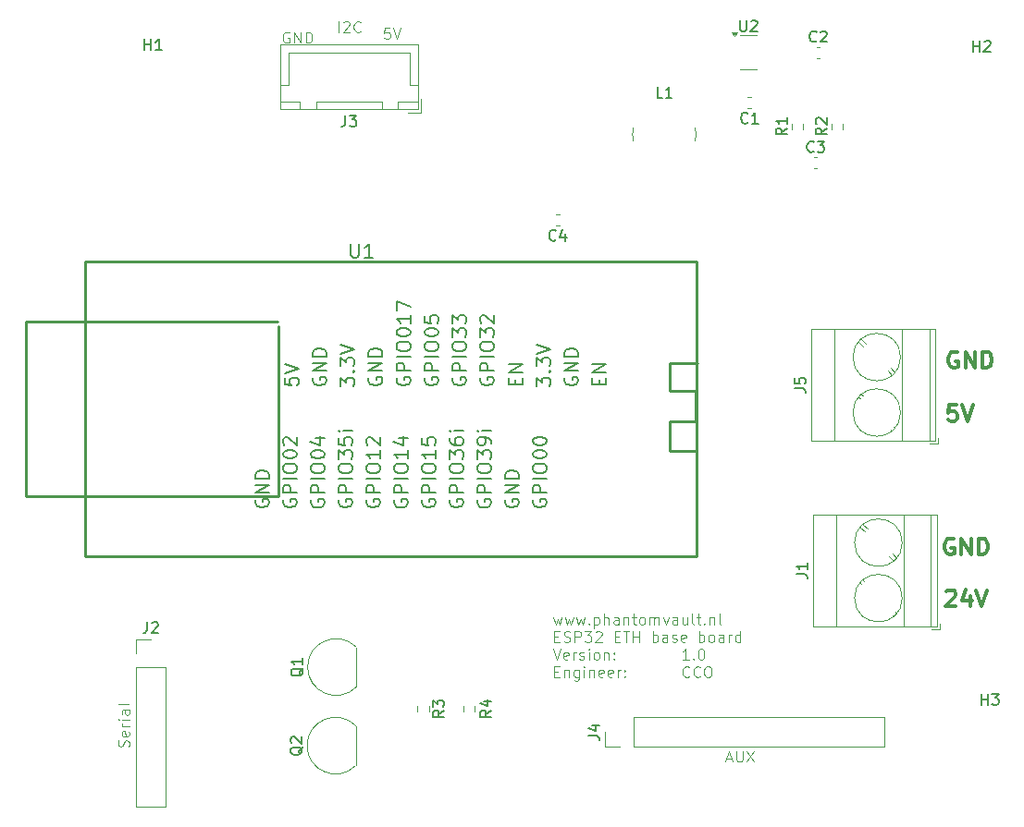
<source format=gbr>
%TF.GenerationSoftware,KiCad,Pcbnew,8.0.6*%
%TF.CreationDate,2025-02-09T15:22:34+01:00*%
%TF.ProjectId,BaseBoard,42617365-426f-4617-9264-2e6b69636164,rev?*%
%TF.SameCoordinates,Original*%
%TF.FileFunction,Legend,Top*%
%TF.FilePolarity,Positive*%
%FSLAX46Y46*%
G04 Gerber Fmt 4.6, Leading zero omitted, Abs format (unit mm)*
G04 Created by KiCad (PCBNEW 8.0.6) date 2025-02-09 15:22:34*
%MOMM*%
%LPD*%
G01*
G04 APERTURE LIST*
%ADD10C,0.100000*%
%ADD11C,0.300000*%
%ADD12C,0.150000*%
%ADD13C,0.203200*%
%ADD14C,0.120000*%
%ADD15C,0.254000*%
G04 APERTURE END LIST*
D10*
X144508646Y-114025920D02*
X144699122Y-114692587D01*
X144699122Y-114692587D02*
X144889598Y-114216396D01*
X144889598Y-114216396D02*
X145080074Y-114692587D01*
X145080074Y-114692587D02*
X145270550Y-114025920D01*
X145556265Y-114025920D02*
X145746741Y-114692587D01*
X145746741Y-114692587D02*
X145937217Y-114216396D01*
X145937217Y-114216396D02*
X146127693Y-114692587D01*
X146127693Y-114692587D02*
X146318169Y-114025920D01*
X146603884Y-114025920D02*
X146794360Y-114692587D01*
X146794360Y-114692587D02*
X146984836Y-114216396D01*
X146984836Y-114216396D02*
X147175312Y-114692587D01*
X147175312Y-114692587D02*
X147365788Y-114025920D01*
X147746741Y-114597348D02*
X147794360Y-114644968D01*
X147794360Y-114644968D02*
X147746741Y-114692587D01*
X147746741Y-114692587D02*
X147699122Y-114644968D01*
X147699122Y-114644968D02*
X147746741Y-114597348D01*
X147746741Y-114597348D02*
X147746741Y-114692587D01*
X148222931Y-114025920D02*
X148222931Y-115025920D01*
X148222931Y-114073539D02*
X148318169Y-114025920D01*
X148318169Y-114025920D02*
X148508645Y-114025920D01*
X148508645Y-114025920D02*
X148603883Y-114073539D01*
X148603883Y-114073539D02*
X148651502Y-114121158D01*
X148651502Y-114121158D02*
X148699121Y-114216396D01*
X148699121Y-114216396D02*
X148699121Y-114502110D01*
X148699121Y-114502110D02*
X148651502Y-114597348D01*
X148651502Y-114597348D02*
X148603883Y-114644968D01*
X148603883Y-114644968D02*
X148508645Y-114692587D01*
X148508645Y-114692587D02*
X148318169Y-114692587D01*
X148318169Y-114692587D02*
X148222931Y-114644968D01*
X149127693Y-114692587D02*
X149127693Y-113692587D01*
X149556264Y-114692587D02*
X149556264Y-114168777D01*
X149556264Y-114168777D02*
X149508645Y-114073539D01*
X149508645Y-114073539D02*
X149413407Y-114025920D01*
X149413407Y-114025920D02*
X149270550Y-114025920D01*
X149270550Y-114025920D02*
X149175312Y-114073539D01*
X149175312Y-114073539D02*
X149127693Y-114121158D01*
X150461026Y-114692587D02*
X150461026Y-114168777D01*
X150461026Y-114168777D02*
X150413407Y-114073539D01*
X150413407Y-114073539D02*
X150318169Y-114025920D01*
X150318169Y-114025920D02*
X150127693Y-114025920D01*
X150127693Y-114025920D02*
X150032455Y-114073539D01*
X150461026Y-114644968D02*
X150365788Y-114692587D01*
X150365788Y-114692587D02*
X150127693Y-114692587D01*
X150127693Y-114692587D02*
X150032455Y-114644968D01*
X150032455Y-114644968D02*
X149984836Y-114549729D01*
X149984836Y-114549729D02*
X149984836Y-114454491D01*
X149984836Y-114454491D02*
X150032455Y-114359253D01*
X150032455Y-114359253D02*
X150127693Y-114311634D01*
X150127693Y-114311634D02*
X150365788Y-114311634D01*
X150365788Y-114311634D02*
X150461026Y-114264015D01*
X150937217Y-114025920D02*
X150937217Y-114692587D01*
X150937217Y-114121158D02*
X150984836Y-114073539D01*
X150984836Y-114073539D02*
X151080074Y-114025920D01*
X151080074Y-114025920D02*
X151222931Y-114025920D01*
X151222931Y-114025920D02*
X151318169Y-114073539D01*
X151318169Y-114073539D02*
X151365788Y-114168777D01*
X151365788Y-114168777D02*
X151365788Y-114692587D01*
X151699122Y-114025920D02*
X152080074Y-114025920D01*
X151841979Y-113692587D02*
X151841979Y-114549729D01*
X151841979Y-114549729D02*
X151889598Y-114644968D01*
X151889598Y-114644968D02*
X151984836Y-114692587D01*
X151984836Y-114692587D02*
X152080074Y-114692587D01*
X152556265Y-114692587D02*
X152461027Y-114644968D01*
X152461027Y-114644968D02*
X152413408Y-114597348D01*
X152413408Y-114597348D02*
X152365789Y-114502110D01*
X152365789Y-114502110D02*
X152365789Y-114216396D01*
X152365789Y-114216396D02*
X152413408Y-114121158D01*
X152413408Y-114121158D02*
X152461027Y-114073539D01*
X152461027Y-114073539D02*
X152556265Y-114025920D01*
X152556265Y-114025920D02*
X152699122Y-114025920D01*
X152699122Y-114025920D02*
X152794360Y-114073539D01*
X152794360Y-114073539D02*
X152841979Y-114121158D01*
X152841979Y-114121158D02*
X152889598Y-114216396D01*
X152889598Y-114216396D02*
X152889598Y-114502110D01*
X152889598Y-114502110D02*
X152841979Y-114597348D01*
X152841979Y-114597348D02*
X152794360Y-114644968D01*
X152794360Y-114644968D02*
X152699122Y-114692587D01*
X152699122Y-114692587D02*
X152556265Y-114692587D01*
X153318170Y-114692587D02*
X153318170Y-114025920D01*
X153318170Y-114121158D02*
X153365789Y-114073539D01*
X153365789Y-114073539D02*
X153461027Y-114025920D01*
X153461027Y-114025920D02*
X153603884Y-114025920D01*
X153603884Y-114025920D02*
X153699122Y-114073539D01*
X153699122Y-114073539D02*
X153746741Y-114168777D01*
X153746741Y-114168777D02*
X153746741Y-114692587D01*
X153746741Y-114168777D02*
X153794360Y-114073539D01*
X153794360Y-114073539D02*
X153889598Y-114025920D01*
X153889598Y-114025920D02*
X154032455Y-114025920D01*
X154032455Y-114025920D02*
X154127694Y-114073539D01*
X154127694Y-114073539D02*
X154175313Y-114168777D01*
X154175313Y-114168777D02*
X154175313Y-114692587D01*
X154556265Y-114025920D02*
X154794360Y-114692587D01*
X154794360Y-114692587D02*
X155032455Y-114025920D01*
X155841979Y-114692587D02*
X155841979Y-114168777D01*
X155841979Y-114168777D02*
X155794360Y-114073539D01*
X155794360Y-114073539D02*
X155699122Y-114025920D01*
X155699122Y-114025920D02*
X155508646Y-114025920D01*
X155508646Y-114025920D02*
X155413408Y-114073539D01*
X155841979Y-114644968D02*
X155746741Y-114692587D01*
X155746741Y-114692587D02*
X155508646Y-114692587D01*
X155508646Y-114692587D02*
X155413408Y-114644968D01*
X155413408Y-114644968D02*
X155365789Y-114549729D01*
X155365789Y-114549729D02*
X155365789Y-114454491D01*
X155365789Y-114454491D02*
X155413408Y-114359253D01*
X155413408Y-114359253D02*
X155508646Y-114311634D01*
X155508646Y-114311634D02*
X155746741Y-114311634D01*
X155746741Y-114311634D02*
X155841979Y-114264015D01*
X156746741Y-114025920D02*
X156746741Y-114692587D01*
X156318170Y-114025920D02*
X156318170Y-114549729D01*
X156318170Y-114549729D02*
X156365789Y-114644968D01*
X156365789Y-114644968D02*
X156461027Y-114692587D01*
X156461027Y-114692587D02*
X156603884Y-114692587D01*
X156603884Y-114692587D02*
X156699122Y-114644968D01*
X156699122Y-114644968D02*
X156746741Y-114597348D01*
X157365789Y-114692587D02*
X157270551Y-114644968D01*
X157270551Y-114644968D02*
X157222932Y-114549729D01*
X157222932Y-114549729D02*
X157222932Y-113692587D01*
X157603885Y-114025920D02*
X157984837Y-114025920D01*
X157746742Y-113692587D02*
X157746742Y-114549729D01*
X157746742Y-114549729D02*
X157794361Y-114644968D01*
X157794361Y-114644968D02*
X157889599Y-114692587D01*
X157889599Y-114692587D02*
X157984837Y-114692587D01*
X158318171Y-114597348D02*
X158365790Y-114644968D01*
X158365790Y-114644968D02*
X158318171Y-114692587D01*
X158318171Y-114692587D02*
X158270552Y-114644968D01*
X158270552Y-114644968D02*
X158318171Y-114597348D01*
X158318171Y-114597348D02*
X158318171Y-114692587D01*
X158794361Y-114025920D02*
X158794361Y-114692587D01*
X158794361Y-114121158D02*
X158841980Y-114073539D01*
X158841980Y-114073539D02*
X158937218Y-114025920D01*
X158937218Y-114025920D02*
X159080075Y-114025920D01*
X159080075Y-114025920D02*
X159175313Y-114073539D01*
X159175313Y-114073539D02*
X159222932Y-114168777D01*
X159222932Y-114168777D02*
X159222932Y-114692587D01*
X159841980Y-114692587D02*
X159746742Y-114644968D01*
X159746742Y-114644968D02*
X159699123Y-114549729D01*
X159699123Y-114549729D02*
X159699123Y-113692587D01*
X144603884Y-115778721D02*
X144937217Y-115778721D01*
X145080074Y-116302531D02*
X144603884Y-116302531D01*
X144603884Y-116302531D02*
X144603884Y-115302531D01*
X144603884Y-115302531D02*
X145080074Y-115302531D01*
X145461027Y-116254912D02*
X145603884Y-116302531D01*
X145603884Y-116302531D02*
X145841979Y-116302531D01*
X145841979Y-116302531D02*
X145937217Y-116254912D01*
X145937217Y-116254912D02*
X145984836Y-116207292D01*
X145984836Y-116207292D02*
X146032455Y-116112054D01*
X146032455Y-116112054D02*
X146032455Y-116016816D01*
X146032455Y-116016816D02*
X145984836Y-115921578D01*
X145984836Y-115921578D02*
X145937217Y-115873959D01*
X145937217Y-115873959D02*
X145841979Y-115826340D01*
X145841979Y-115826340D02*
X145651503Y-115778721D01*
X145651503Y-115778721D02*
X145556265Y-115731102D01*
X145556265Y-115731102D02*
X145508646Y-115683483D01*
X145508646Y-115683483D02*
X145461027Y-115588245D01*
X145461027Y-115588245D02*
X145461027Y-115493007D01*
X145461027Y-115493007D02*
X145508646Y-115397769D01*
X145508646Y-115397769D02*
X145556265Y-115350150D01*
X145556265Y-115350150D02*
X145651503Y-115302531D01*
X145651503Y-115302531D02*
X145889598Y-115302531D01*
X145889598Y-115302531D02*
X146032455Y-115350150D01*
X146461027Y-116302531D02*
X146461027Y-115302531D01*
X146461027Y-115302531D02*
X146841979Y-115302531D01*
X146841979Y-115302531D02*
X146937217Y-115350150D01*
X146937217Y-115350150D02*
X146984836Y-115397769D01*
X146984836Y-115397769D02*
X147032455Y-115493007D01*
X147032455Y-115493007D02*
X147032455Y-115635864D01*
X147032455Y-115635864D02*
X146984836Y-115731102D01*
X146984836Y-115731102D02*
X146937217Y-115778721D01*
X146937217Y-115778721D02*
X146841979Y-115826340D01*
X146841979Y-115826340D02*
X146461027Y-115826340D01*
X147365789Y-115302531D02*
X147984836Y-115302531D01*
X147984836Y-115302531D02*
X147651503Y-115683483D01*
X147651503Y-115683483D02*
X147794360Y-115683483D01*
X147794360Y-115683483D02*
X147889598Y-115731102D01*
X147889598Y-115731102D02*
X147937217Y-115778721D01*
X147937217Y-115778721D02*
X147984836Y-115873959D01*
X147984836Y-115873959D02*
X147984836Y-116112054D01*
X147984836Y-116112054D02*
X147937217Y-116207292D01*
X147937217Y-116207292D02*
X147889598Y-116254912D01*
X147889598Y-116254912D02*
X147794360Y-116302531D01*
X147794360Y-116302531D02*
X147508646Y-116302531D01*
X147508646Y-116302531D02*
X147413408Y-116254912D01*
X147413408Y-116254912D02*
X147365789Y-116207292D01*
X148365789Y-115397769D02*
X148413408Y-115350150D01*
X148413408Y-115350150D02*
X148508646Y-115302531D01*
X148508646Y-115302531D02*
X148746741Y-115302531D01*
X148746741Y-115302531D02*
X148841979Y-115350150D01*
X148841979Y-115350150D02*
X148889598Y-115397769D01*
X148889598Y-115397769D02*
X148937217Y-115493007D01*
X148937217Y-115493007D02*
X148937217Y-115588245D01*
X148937217Y-115588245D02*
X148889598Y-115731102D01*
X148889598Y-115731102D02*
X148318170Y-116302531D01*
X148318170Y-116302531D02*
X148937217Y-116302531D01*
X150127694Y-115778721D02*
X150461027Y-115778721D01*
X150603884Y-116302531D02*
X150127694Y-116302531D01*
X150127694Y-116302531D02*
X150127694Y-115302531D01*
X150127694Y-115302531D02*
X150603884Y-115302531D01*
X150889599Y-115302531D02*
X151461027Y-115302531D01*
X151175313Y-116302531D02*
X151175313Y-115302531D01*
X151794361Y-116302531D02*
X151794361Y-115302531D01*
X151794361Y-115778721D02*
X152365789Y-115778721D01*
X152365789Y-116302531D02*
X152365789Y-115302531D01*
X153603885Y-116302531D02*
X153603885Y-115302531D01*
X153603885Y-115683483D02*
X153699123Y-115635864D01*
X153699123Y-115635864D02*
X153889599Y-115635864D01*
X153889599Y-115635864D02*
X153984837Y-115683483D01*
X153984837Y-115683483D02*
X154032456Y-115731102D01*
X154032456Y-115731102D02*
X154080075Y-115826340D01*
X154080075Y-115826340D02*
X154080075Y-116112054D01*
X154080075Y-116112054D02*
X154032456Y-116207292D01*
X154032456Y-116207292D02*
X153984837Y-116254912D01*
X153984837Y-116254912D02*
X153889599Y-116302531D01*
X153889599Y-116302531D02*
X153699123Y-116302531D01*
X153699123Y-116302531D02*
X153603885Y-116254912D01*
X154937218Y-116302531D02*
X154937218Y-115778721D01*
X154937218Y-115778721D02*
X154889599Y-115683483D01*
X154889599Y-115683483D02*
X154794361Y-115635864D01*
X154794361Y-115635864D02*
X154603885Y-115635864D01*
X154603885Y-115635864D02*
X154508647Y-115683483D01*
X154937218Y-116254912D02*
X154841980Y-116302531D01*
X154841980Y-116302531D02*
X154603885Y-116302531D01*
X154603885Y-116302531D02*
X154508647Y-116254912D01*
X154508647Y-116254912D02*
X154461028Y-116159673D01*
X154461028Y-116159673D02*
X154461028Y-116064435D01*
X154461028Y-116064435D02*
X154508647Y-115969197D01*
X154508647Y-115969197D02*
X154603885Y-115921578D01*
X154603885Y-115921578D02*
X154841980Y-115921578D01*
X154841980Y-115921578D02*
X154937218Y-115873959D01*
X155365790Y-116254912D02*
X155461028Y-116302531D01*
X155461028Y-116302531D02*
X155651504Y-116302531D01*
X155651504Y-116302531D02*
X155746742Y-116254912D01*
X155746742Y-116254912D02*
X155794361Y-116159673D01*
X155794361Y-116159673D02*
X155794361Y-116112054D01*
X155794361Y-116112054D02*
X155746742Y-116016816D01*
X155746742Y-116016816D02*
X155651504Y-115969197D01*
X155651504Y-115969197D02*
X155508647Y-115969197D01*
X155508647Y-115969197D02*
X155413409Y-115921578D01*
X155413409Y-115921578D02*
X155365790Y-115826340D01*
X155365790Y-115826340D02*
X155365790Y-115778721D01*
X155365790Y-115778721D02*
X155413409Y-115683483D01*
X155413409Y-115683483D02*
X155508647Y-115635864D01*
X155508647Y-115635864D02*
X155651504Y-115635864D01*
X155651504Y-115635864D02*
X155746742Y-115683483D01*
X156603885Y-116254912D02*
X156508647Y-116302531D01*
X156508647Y-116302531D02*
X156318171Y-116302531D01*
X156318171Y-116302531D02*
X156222933Y-116254912D01*
X156222933Y-116254912D02*
X156175314Y-116159673D01*
X156175314Y-116159673D02*
X156175314Y-115778721D01*
X156175314Y-115778721D02*
X156222933Y-115683483D01*
X156222933Y-115683483D02*
X156318171Y-115635864D01*
X156318171Y-115635864D02*
X156508647Y-115635864D01*
X156508647Y-115635864D02*
X156603885Y-115683483D01*
X156603885Y-115683483D02*
X156651504Y-115778721D01*
X156651504Y-115778721D02*
X156651504Y-115873959D01*
X156651504Y-115873959D02*
X156175314Y-115969197D01*
X157841981Y-116302531D02*
X157841981Y-115302531D01*
X157841981Y-115683483D02*
X157937219Y-115635864D01*
X157937219Y-115635864D02*
X158127695Y-115635864D01*
X158127695Y-115635864D02*
X158222933Y-115683483D01*
X158222933Y-115683483D02*
X158270552Y-115731102D01*
X158270552Y-115731102D02*
X158318171Y-115826340D01*
X158318171Y-115826340D02*
X158318171Y-116112054D01*
X158318171Y-116112054D02*
X158270552Y-116207292D01*
X158270552Y-116207292D02*
X158222933Y-116254912D01*
X158222933Y-116254912D02*
X158127695Y-116302531D01*
X158127695Y-116302531D02*
X157937219Y-116302531D01*
X157937219Y-116302531D02*
X157841981Y-116254912D01*
X158889600Y-116302531D02*
X158794362Y-116254912D01*
X158794362Y-116254912D02*
X158746743Y-116207292D01*
X158746743Y-116207292D02*
X158699124Y-116112054D01*
X158699124Y-116112054D02*
X158699124Y-115826340D01*
X158699124Y-115826340D02*
X158746743Y-115731102D01*
X158746743Y-115731102D02*
X158794362Y-115683483D01*
X158794362Y-115683483D02*
X158889600Y-115635864D01*
X158889600Y-115635864D02*
X159032457Y-115635864D01*
X159032457Y-115635864D02*
X159127695Y-115683483D01*
X159127695Y-115683483D02*
X159175314Y-115731102D01*
X159175314Y-115731102D02*
X159222933Y-115826340D01*
X159222933Y-115826340D02*
X159222933Y-116112054D01*
X159222933Y-116112054D02*
X159175314Y-116207292D01*
X159175314Y-116207292D02*
X159127695Y-116254912D01*
X159127695Y-116254912D02*
X159032457Y-116302531D01*
X159032457Y-116302531D02*
X158889600Y-116302531D01*
X160080076Y-116302531D02*
X160080076Y-115778721D01*
X160080076Y-115778721D02*
X160032457Y-115683483D01*
X160032457Y-115683483D02*
X159937219Y-115635864D01*
X159937219Y-115635864D02*
X159746743Y-115635864D01*
X159746743Y-115635864D02*
X159651505Y-115683483D01*
X160080076Y-116254912D02*
X159984838Y-116302531D01*
X159984838Y-116302531D02*
X159746743Y-116302531D01*
X159746743Y-116302531D02*
X159651505Y-116254912D01*
X159651505Y-116254912D02*
X159603886Y-116159673D01*
X159603886Y-116159673D02*
X159603886Y-116064435D01*
X159603886Y-116064435D02*
X159651505Y-115969197D01*
X159651505Y-115969197D02*
X159746743Y-115921578D01*
X159746743Y-115921578D02*
X159984838Y-115921578D01*
X159984838Y-115921578D02*
X160080076Y-115873959D01*
X160556267Y-116302531D02*
X160556267Y-115635864D01*
X160556267Y-115826340D02*
X160603886Y-115731102D01*
X160603886Y-115731102D02*
X160651505Y-115683483D01*
X160651505Y-115683483D02*
X160746743Y-115635864D01*
X160746743Y-115635864D02*
X160841981Y-115635864D01*
X161603886Y-116302531D02*
X161603886Y-115302531D01*
X161603886Y-116254912D02*
X161508648Y-116302531D01*
X161508648Y-116302531D02*
X161318172Y-116302531D01*
X161318172Y-116302531D02*
X161222934Y-116254912D01*
X161222934Y-116254912D02*
X161175315Y-116207292D01*
X161175315Y-116207292D02*
X161127696Y-116112054D01*
X161127696Y-116112054D02*
X161127696Y-115826340D01*
X161127696Y-115826340D02*
X161175315Y-115731102D01*
X161175315Y-115731102D02*
X161222934Y-115683483D01*
X161222934Y-115683483D02*
X161318172Y-115635864D01*
X161318172Y-115635864D02*
X161508648Y-115635864D01*
X161508648Y-115635864D02*
X161603886Y-115683483D01*
X144461027Y-116912475D02*
X144794360Y-117912475D01*
X144794360Y-117912475D02*
X145127693Y-116912475D01*
X145841979Y-117864856D02*
X145746741Y-117912475D01*
X145746741Y-117912475D02*
X145556265Y-117912475D01*
X145556265Y-117912475D02*
X145461027Y-117864856D01*
X145461027Y-117864856D02*
X145413408Y-117769617D01*
X145413408Y-117769617D02*
X145413408Y-117388665D01*
X145413408Y-117388665D02*
X145461027Y-117293427D01*
X145461027Y-117293427D02*
X145556265Y-117245808D01*
X145556265Y-117245808D02*
X145746741Y-117245808D01*
X145746741Y-117245808D02*
X145841979Y-117293427D01*
X145841979Y-117293427D02*
X145889598Y-117388665D01*
X145889598Y-117388665D02*
X145889598Y-117483903D01*
X145889598Y-117483903D02*
X145413408Y-117579141D01*
X146318170Y-117912475D02*
X146318170Y-117245808D01*
X146318170Y-117436284D02*
X146365789Y-117341046D01*
X146365789Y-117341046D02*
X146413408Y-117293427D01*
X146413408Y-117293427D02*
X146508646Y-117245808D01*
X146508646Y-117245808D02*
X146603884Y-117245808D01*
X146889599Y-117864856D02*
X146984837Y-117912475D01*
X146984837Y-117912475D02*
X147175313Y-117912475D01*
X147175313Y-117912475D02*
X147270551Y-117864856D01*
X147270551Y-117864856D02*
X147318170Y-117769617D01*
X147318170Y-117769617D02*
X147318170Y-117721998D01*
X147318170Y-117721998D02*
X147270551Y-117626760D01*
X147270551Y-117626760D02*
X147175313Y-117579141D01*
X147175313Y-117579141D02*
X147032456Y-117579141D01*
X147032456Y-117579141D02*
X146937218Y-117531522D01*
X146937218Y-117531522D02*
X146889599Y-117436284D01*
X146889599Y-117436284D02*
X146889599Y-117388665D01*
X146889599Y-117388665D02*
X146937218Y-117293427D01*
X146937218Y-117293427D02*
X147032456Y-117245808D01*
X147032456Y-117245808D02*
X147175313Y-117245808D01*
X147175313Y-117245808D02*
X147270551Y-117293427D01*
X147746742Y-117912475D02*
X147746742Y-117245808D01*
X147746742Y-116912475D02*
X147699123Y-116960094D01*
X147699123Y-116960094D02*
X147746742Y-117007713D01*
X147746742Y-117007713D02*
X147794361Y-116960094D01*
X147794361Y-116960094D02*
X147746742Y-116912475D01*
X147746742Y-116912475D02*
X147746742Y-117007713D01*
X148365789Y-117912475D02*
X148270551Y-117864856D01*
X148270551Y-117864856D02*
X148222932Y-117817236D01*
X148222932Y-117817236D02*
X148175313Y-117721998D01*
X148175313Y-117721998D02*
X148175313Y-117436284D01*
X148175313Y-117436284D02*
X148222932Y-117341046D01*
X148222932Y-117341046D02*
X148270551Y-117293427D01*
X148270551Y-117293427D02*
X148365789Y-117245808D01*
X148365789Y-117245808D02*
X148508646Y-117245808D01*
X148508646Y-117245808D02*
X148603884Y-117293427D01*
X148603884Y-117293427D02*
X148651503Y-117341046D01*
X148651503Y-117341046D02*
X148699122Y-117436284D01*
X148699122Y-117436284D02*
X148699122Y-117721998D01*
X148699122Y-117721998D02*
X148651503Y-117817236D01*
X148651503Y-117817236D02*
X148603884Y-117864856D01*
X148603884Y-117864856D02*
X148508646Y-117912475D01*
X148508646Y-117912475D02*
X148365789Y-117912475D01*
X149127694Y-117245808D02*
X149127694Y-117912475D01*
X149127694Y-117341046D02*
X149175313Y-117293427D01*
X149175313Y-117293427D02*
X149270551Y-117245808D01*
X149270551Y-117245808D02*
X149413408Y-117245808D01*
X149413408Y-117245808D02*
X149508646Y-117293427D01*
X149508646Y-117293427D02*
X149556265Y-117388665D01*
X149556265Y-117388665D02*
X149556265Y-117912475D01*
X150032456Y-117817236D02*
X150080075Y-117864856D01*
X150080075Y-117864856D02*
X150032456Y-117912475D01*
X150032456Y-117912475D02*
X149984837Y-117864856D01*
X149984837Y-117864856D02*
X150032456Y-117817236D01*
X150032456Y-117817236D02*
X150032456Y-117912475D01*
X150032456Y-117293427D02*
X150080075Y-117341046D01*
X150080075Y-117341046D02*
X150032456Y-117388665D01*
X150032456Y-117388665D02*
X149984837Y-117341046D01*
X149984837Y-117341046D02*
X150032456Y-117293427D01*
X150032456Y-117293427D02*
X150032456Y-117388665D01*
X156889597Y-117912475D02*
X156318169Y-117912475D01*
X156603883Y-117912475D02*
X156603883Y-116912475D01*
X156603883Y-116912475D02*
X156508645Y-117055332D01*
X156508645Y-117055332D02*
X156413407Y-117150570D01*
X156413407Y-117150570D02*
X156318169Y-117198189D01*
X157318169Y-117817236D02*
X157365788Y-117864856D01*
X157365788Y-117864856D02*
X157318169Y-117912475D01*
X157318169Y-117912475D02*
X157270550Y-117864856D01*
X157270550Y-117864856D02*
X157318169Y-117817236D01*
X157318169Y-117817236D02*
X157318169Y-117912475D01*
X157984835Y-116912475D02*
X158080073Y-116912475D01*
X158080073Y-116912475D02*
X158175311Y-116960094D01*
X158175311Y-116960094D02*
X158222930Y-117007713D01*
X158222930Y-117007713D02*
X158270549Y-117102951D01*
X158270549Y-117102951D02*
X158318168Y-117293427D01*
X158318168Y-117293427D02*
X158318168Y-117531522D01*
X158318168Y-117531522D02*
X158270549Y-117721998D01*
X158270549Y-117721998D02*
X158222930Y-117817236D01*
X158222930Y-117817236D02*
X158175311Y-117864856D01*
X158175311Y-117864856D02*
X158080073Y-117912475D01*
X158080073Y-117912475D02*
X157984835Y-117912475D01*
X157984835Y-117912475D02*
X157889597Y-117864856D01*
X157889597Y-117864856D02*
X157841978Y-117817236D01*
X157841978Y-117817236D02*
X157794359Y-117721998D01*
X157794359Y-117721998D02*
X157746740Y-117531522D01*
X157746740Y-117531522D02*
X157746740Y-117293427D01*
X157746740Y-117293427D02*
X157794359Y-117102951D01*
X157794359Y-117102951D02*
X157841978Y-117007713D01*
X157841978Y-117007713D02*
X157889597Y-116960094D01*
X157889597Y-116960094D02*
X157984835Y-116912475D01*
X144603884Y-118998609D02*
X144937217Y-118998609D01*
X145080074Y-119522419D02*
X144603884Y-119522419D01*
X144603884Y-119522419D02*
X144603884Y-118522419D01*
X144603884Y-118522419D02*
X145080074Y-118522419D01*
X145508646Y-118855752D02*
X145508646Y-119522419D01*
X145508646Y-118950990D02*
X145556265Y-118903371D01*
X145556265Y-118903371D02*
X145651503Y-118855752D01*
X145651503Y-118855752D02*
X145794360Y-118855752D01*
X145794360Y-118855752D02*
X145889598Y-118903371D01*
X145889598Y-118903371D02*
X145937217Y-118998609D01*
X145937217Y-118998609D02*
X145937217Y-119522419D01*
X146841979Y-118855752D02*
X146841979Y-119665276D01*
X146841979Y-119665276D02*
X146794360Y-119760514D01*
X146794360Y-119760514D02*
X146746741Y-119808133D01*
X146746741Y-119808133D02*
X146651503Y-119855752D01*
X146651503Y-119855752D02*
X146508646Y-119855752D01*
X146508646Y-119855752D02*
X146413408Y-119808133D01*
X146841979Y-119474800D02*
X146746741Y-119522419D01*
X146746741Y-119522419D02*
X146556265Y-119522419D01*
X146556265Y-119522419D02*
X146461027Y-119474800D01*
X146461027Y-119474800D02*
X146413408Y-119427180D01*
X146413408Y-119427180D02*
X146365789Y-119331942D01*
X146365789Y-119331942D02*
X146365789Y-119046228D01*
X146365789Y-119046228D02*
X146413408Y-118950990D01*
X146413408Y-118950990D02*
X146461027Y-118903371D01*
X146461027Y-118903371D02*
X146556265Y-118855752D01*
X146556265Y-118855752D02*
X146746741Y-118855752D01*
X146746741Y-118855752D02*
X146841979Y-118903371D01*
X147318170Y-119522419D02*
X147318170Y-118855752D01*
X147318170Y-118522419D02*
X147270551Y-118570038D01*
X147270551Y-118570038D02*
X147318170Y-118617657D01*
X147318170Y-118617657D02*
X147365789Y-118570038D01*
X147365789Y-118570038D02*
X147318170Y-118522419D01*
X147318170Y-118522419D02*
X147318170Y-118617657D01*
X147794360Y-118855752D02*
X147794360Y-119522419D01*
X147794360Y-118950990D02*
X147841979Y-118903371D01*
X147841979Y-118903371D02*
X147937217Y-118855752D01*
X147937217Y-118855752D02*
X148080074Y-118855752D01*
X148080074Y-118855752D02*
X148175312Y-118903371D01*
X148175312Y-118903371D02*
X148222931Y-118998609D01*
X148222931Y-118998609D02*
X148222931Y-119522419D01*
X149080074Y-119474800D02*
X148984836Y-119522419D01*
X148984836Y-119522419D02*
X148794360Y-119522419D01*
X148794360Y-119522419D02*
X148699122Y-119474800D01*
X148699122Y-119474800D02*
X148651503Y-119379561D01*
X148651503Y-119379561D02*
X148651503Y-118998609D01*
X148651503Y-118998609D02*
X148699122Y-118903371D01*
X148699122Y-118903371D02*
X148794360Y-118855752D01*
X148794360Y-118855752D02*
X148984836Y-118855752D01*
X148984836Y-118855752D02*
X149080074Y-118903371D01*
X149080074Y-118903371D02*
X149127693Y-118998609D01*
X149127693Y-118998609D02*
X149127693Y-119093847D01*
X149127693Y-119093847D02*
X148651503Y-119189085D01*
X149937217Y-119474800D02*
X149841979Y-119522419D01*
X149841979Y-119522419D02*
X149651503Y-119522419D01*
X149651503Y-119522419D02*
X149556265Y-119474800D01*
X149556265Y-119474800D02*
X149508646Y-119379561D01*
X149508646Y-119379561D02*
X149508646Y-118998609D01*
X149508646Y-118998609D02*
X149556265Y-118903371D01*
X149556265Y-118903371D02*
X149651503Y-118855752D01*
X149651503Y-118855752D02*
X149841979Y-118855752D01*
X149841979Y-118855752D02*
X149937217Y-118903371D01*
X149937217Y-118903371D02*
X149984836Y-118998609D01*
X149984836Y-118998609D02*
X149984836Y-119093847D01*
X149984836Y-119093847D02*
X149508646Y-119189085D01*
X150413408Y-119522419D02*
X150413408Y-118855752D01*
X150413408Y-119046228D02*
X150461027Y-118950990D01*
X150461027Y-118950990D02*
X150508646Y-118903371D01*
X150508646Y-118903371D02*
X150603884Y-118855752D01*
X150603884Y-118855752D02*
X150699122Y-118855752D01*
X151032456Y-119427180D02*
X151080075Y-119474800D01*
X151080075Y-119474800D02*
X151032456Y-119522419D01*
X151032456Y-119522419D02*
X150984837Y-119474800D01*
X150984837Y-119474800D02*
X151032456Y-119427180D01*
X151032456Y-119427180D02*
X151032456Y-119522419D01*
X151032456Y-118903371D02*
X151080075Y-118950990D01*
X151080075Y-118950990D02*
X151032456Y-118998609D01*
X151032456Y-118998609D02*
X150984837Y-118950990D01*
X150984837Y-118950990D02*
X151032456Y-118903371D01*
X151032456Y-118903371D02*
X151032456Y-118998609D01*
X156937216Y-119427180D02*
X156889597Y-119474800D01*
X156889597Y-119474800D02*
X156746740Y-119522419D01*
X156746740Y-119522419D02*
X156651502Y-119522419D01*
X156651502Y-119522419D02*
X156508645Y-119474800D01*
X156508645Y-119474800D02*
X156413407Y-119379561D01*
X156413407Y-119379561D02*
X156365788Y-119284323D01*
X156365788Y-119284323D02*
X156318169Y-119093847D01*
X156318169Y-119093847D02*
X156318169Y-118950990D01*
X156318169Y-118950990D02*
X156365788Y-118760514D01*
X156365788Y-118760514D02*
X156413407Y-118665276D01*
X156413407Y-118665276D02*
X156508645Y-118570038D01*
X156508645Y-118570038D02*
X156651502Y-118522419D01*
X156651502Y-118522419D02*
X156746740Y-118522419D01*
X156746740Y-118522419D02*
X156889597Y-118570038D01*
X156889597Y-118570038D02*
X156937216Y-118617657D01*
X157937216Y-119427180D02*
X157889597Y-119474800D01*
X157889597Y-119474800D02*
X157746740Y-119522419D01*
X157746740Y-119522419D02*
X157651502Y-119522419D01*
X157651502Y-119522419D02*
X157508645Y-119474800D01*
X157508645Y-119474800D02*
X157413407Y-119379561D01*
X157413407Y-119379561D02*
X157365788Y-119284323D01*
X157365788Y-119284323D02*
X157318169Y-119093847D01*
X157318169Y-119093847D02*
X157318169Y-118950990D01*
X157318169Y-118950990D02*
X157365788Y-118760514D01*
X157365788Y-118760514D02*
X157413407Y-118665276D01*
X157413407Y-118665276D02*
X157508645Y-118570038D01*
X157508645Y-118570038D02*
X157651502Y-118522419D01*
X157651502Y-118522419D02*
X157746740Y-118522419D01*
X157746740Y-118522419D02*
X157889597Y-118570038D01*
X157889597Y-118570038D02*
X157937216Y-118617657D01*
X158556264Y-118522419D02*
X158746740Y-118522419D01*
X158746740Y-118522419D02*
X158841978Y-118570038D01*
X158841978Y-118570038D02*
X158937216Y-118665276D01*
X158937216Y-118665276D02*
X158984835Y-118855752D01*
X158984835Y-118855752D02*
X158984835Y-119189085D01*
X158984835Y-119189085D02*
X158937216Y-119379561D01*
X158937216Y-119379561D02*
X158841978Y-119474800D01*
X158841978Y-119474800D02*
X158746740Y-119522419D01*
X158746740Y-119522419D02*
X158556264Y-119522419D01*
X158556264Y-119522419D02*
X158461026Y-119474800D01*
X158461026Y-119474800D02*
X158365788Y-119379561D01*
X158365788Y-119379561D02*
X158318169Y-119189085D01*
X158318169Y-119189085D02*
X158318169Y-118855752D01*
X158318169Y-118855752D02*
X158365788Y-118665276D01*
X158365788Y-118665276D02*
X158461026Y-118570038D01*
X158461026Y-118570038D02*
X158556264Y-118522419D01*
X160356265Y-126986704D02*
X160832455Y-126986704D01*
X160261027Y-127272419D02*
X160594360Y-126272419D01*
X160594360Y-126272419D02*
X160927693Y-127272419D01*
X161261027Y-126272419D02*
X161261027Y-127081942D01*
X161261027Y-127081942D02*
X161308646Y-127177180D01*
X161308646Y-127177180D02*
X161356265Y-127224800D01*
X161356265Y-127224800D02*
X161451503Y-127272419D01*
X161451503Y-127272419D02*
X161641979Y-127272419D01*
X161641979Y-127272419D02*
X161737217Y-127224800D01*
X161737217Y-127224800D02*
X161784836Y-127177180D01*
X161784836Y-127177180D02*
X161832455Y-127081942D01*
X161832455Y-127081942D02*
X161832455Y-126272419D01*
X162213408Y-126272419D02*
X162880074Y-127272419D01*
X162880074Y-126272419D02*
X162213408Y-127272419D01*
X105624800Y-125893734D02*
X105672419Y-125750877D01*
X105672419Y-125750877D02*
X105672419Y-125512782D01*
X105672419Y-125512782D02*
X105624800Y-125417544D01*
X105624800Y-125417544D02*
X105577180Y-125369925D01*
X105577180Y-125369925D02*
X105481942Y-125322306D01*
X105481942Y-125322306D02*
X105386704Y-125322306D01*
X105386704Y-125322306D02*
X105291466Y-125369925D01*
X105291466Y-125369925D02*
X105243847Y-125417544D01*
X105243847Y-125417544D02*
X105196228Y-125512782D01*
X105196228Y-125512782D02*
X105148609Y-125703258D01*
X105148609Y-125703258D02*
X105100990Y-125798496D01*
X105100990Y-125798496D02*
X105053371Y-125846115D01*
X105053371Y-125846115D02*
X104958133Y-125893734D01*
X104958133Y-125893734D02*
X104862895Y-125893734D01*
X104862895Y-125893734D02*
X104767657Y-125846115D01*
X104767657Y-125846115D02*
X104720038Y-125798496D01*
X104720038Y-125798496D02*
X104672419Y-125703258D01*
X104672419Y-125703258D02*
X104672419Y-125465163D01*
X104672419Y-125465163D02*
X104720038Y-125322306D01*
X105624800Y-124512782D02*
X105672419Y-124608020D01*
X105672419Y-124608020D02*
X105672419Y-124798496D01*
X105672419Y-124798496D02*
X105624800Y-124893734D01*
X105624800Y-124893734D02*
X105529561Y-124941353D01*
X105529561Y-124941353D02*
X105148609Y-124941353D01*
X105148609Y-124941353D02*
X105053371Y-124893734D01*
X105053371Y-124893734D02*
X105005752Y-124798496D01*
X105005752Y-124798496D02*
X105005752Y-124608020D01*
X105005752Y-124608020D02*
X105053371Y-124512782D01*
X105053371Y-124512782D02*
X105148609Y-124465163D01*
X105148609Y-124465163D02*
X105243847Y-124465163D01*
X105243847Y-124465163D02*
X105339085Y-124941353D01*
X105672419Y-124036591D02*
X105005752Y-124036591D01*
X105196228Y-124036591D02*
X105100990Y-123988972D01*
X105100990Y-123988972D02*
X105053371Y-123941353D01*
X105053371Y-123941353D02*
X105005752Y-123846115D01*
X105005752Y-123846115D02*
X105005752Y-123750877D01*
X105672419Y-123417543D02*
X105005752Y-123417543D01*
X104672419Y-123417543D02*
X104720038Y-123465162D01*
X104720038Y-123465162D02*
X104767657Y-123417543D01*
X104767657Y-123417543D02*
X104720038Y-123369924D01*
X104720038Y-123369924D02*
X104672419Y-123417543D01*
X104672419Y-123417543D02*
X104767657Y-123417543D01*
X105672419Y-122512782D02*
X105148609Y-122512782D01*
X105148609Y-122512782D02*
X105053371Y-122560401D01*
X105053371Y-122560401D02*
X105005752Y-122655639D01*
X105005752Y-122655639D02*
X105005752Y-122846115D01*
X105005752Y-122846115D02*
X105053371Y-122941353D01*
X105624800Y-122512782D02*
X105672419Y-122608020D01*
X105672419Y-122608020D02*
X105672419Y-122846115D01*
X105672419Y-122846115D02*
X105624800Y-122941353D01*
X105624800Y-122941353D02*
X105529561Y-122988972D01*
X105529561Y-122988972D02*
X105434323Y-122988972D01*
X105434323Y-122988972D02*
X105339085Y-122941353D01*
X105339085Y-122941353D02*
X105291466Y-122846115D01*
X105291466Y-122846115D02*
X105291466Y-122608020D01*
X105291466Y-122608020D02*
X105243847Y-122512782D01*
X105672419Y-121893734D02*
X105624800Y-121988972D01*
X105624800Y-121988972D02*
X105529561Y-122036591D01*
X105529561Y-122036591D02*
X104672419Y-122036591D01*
X129530074Y-60022419D02*
X129053884Y-60022419D01*
X129053884Y-60022419D02*
X129006265Y-60498609D01*
X129006265Y-60498609D02*
X129053884Y-60450990D01*
X129053884Y-60450990D02*
X129149122Y-60403371D01*
X129149122Y-60403371D02*
X129387217Y-60403371D01*
X129387217Y-60403371D02*
X129482455Y-60450990D01*
X129482455Y-60450990D02*
X129530074Y-60498609D01*
X129530074Y-60498609D02*
X129577693Y-60593847D01*
X129577693Y-60593847D02*
X129577693Y-60831942D01*
X129577693Y-60831942D02*
X129530074Y-60927180D01*
X129530074Y-60927180D02*
X129482455Y-60974800D01*
X129482455Y-60974800D02*
X129387217Y-61022419D01*
X129387217Y-61022419D02*
X129149122Y-61022419D01*
X129149122Y-61022419D02*
X129053884Y-60974800D01*
X129053884Y-60974800D02*
X129006265Y-60927180D01*
X129863408Y-60022419D02*
X130196741Y-61022419D01*
X130196741Y-61022419D02*
X130530074Y-60022419D01*
X120317693Y-60460038D02*
X120222455Y-60412419D01*
X120222455Y-60412419D02*
X120079598Y-60412419D01*
X120079598Y-60412419D02*
X119936741Y-60460038D01*
X119936741Y-60460038D02*
X119841503Y-60555276D01*
X119841503Y-60555276D02*
X119793884Y-60650514D01*
X119793884Y-60650514D02*
X119746265Y-60840990D01*
X119746265Y-60840990D02*
X119746265Y-60983847D01*
X119746265Y-60983847D02*
X119793884Y-61174323D01*
X119793884Y-61174323D02*
X119841503Y-61269561D01*
X119841503Y-61269561D02*
X119936741Y-61364800D01*
X119936741Y-61364800D02*
X120079598Y-61412419D01*
X120079598Y-61412419D02*
X120174836Y-61412419D01*
X120174836Y-61412419D02*
X120317693Y-61364800D01*
X120317693Y-61364800D02*
X120365312Y-61317180D01*
X120365312Y-61317180D02*
X120365312Y-60983847D01*
X120365312Y-60983847D02*
X120174836Y-60983847D01*
X120793884Y-61412419D02*
X120793884Y-60412419D01*
X120793884Y-60412419D02*
X121365312Y-61412419D01*
X121365312Y-61412419D02*
X121365312Y-60412419D01*
X121841503Y-61412419D02*
X121841503Y-60412419D01*
X121841503Y-60412419D02*
X122079598Y-60412419D01*
X122079598Y-60412419D02*
X122222455Y-60460038D01*
X122222455Y-60460038D02*
X122317693Y-60555276D01*
X122317693Y-60555276D02*
X122365312Y-60650514D01*
X122365312Y-60650514D02*
X122412931Y-60840990D01*
X122412931Y-60840990D02*
X122412931Y-60983847D01*
X122412931Y-60983847D02*
X122365312Y-61174323D01*
X122365312Y-61174323D02*
X122317693Y-61269561D01*
X122317693Y-61269561D02*
X122222455Y-61364800D01*
X122222455Y-61364800D02*
X122079598Y-61412419D01*
X122079598Y-61412419D02*
X121841503Y-61412419D01*
X124853884Y-60422419D02*
X124853884Y-59422419D01*
X125282455Y-59517657D02*
X125330074Y-59470038D01*
X125330074Y-59470038D02*
X125425312Y-59422419D01*
X125425312Y-59422419D02*
X125663407Y-59422419D01*
X125663407Y-59422419D02*
X125758645Y-59470038D01*
X125758645Y-59470038D02*
X125806264Y-59517657D01*
X125806264Y-59517657D02*
X125853883Y-59612895D01*
X125853883Y-59612895D02*
X125853883Y-59708133D01*
X125853883Y-59708133D02*
X125806264Y-59850990D01*
X125806264Y-59850990D02*
X125234836Y-60422419D01*
X125234836Y-60422419D02*
X125853883Y-60422419D01*
X126853883Y-60327180D02*
X126806264Y-60374800D01*
X126806264Y-60374800D02*
X126663407Y-60422419D01*
X126663407Y-60422419D02*
X126568169Y-60422419D01*
X126568169Y-60422419D02*
X126425312Y-60374800D01*
X126425312Y-60374800D02*
X126330074Y-60279561D01*
X126330074Y-60279561D02*
X126282455Y-60184323D01*
X126282455Y-60184323D02*
X126234836Y-59993847D01*
X126234836Y-59993847D02*
X126234836Y-59850990D01*
X126234836Y-59850990D02*
X126282455Y-59660514D01*
X126282455Y-59660514D02*
X126330074Y-59565276D01*
X126330074Y-59565276D02*
X126425312Y-59470038D01*
X126425312Y-59470038D02*
X126568169Y-59422419D01*
X126568169Y-59422419D02*
X126663407Y-59422419D01*
X126663407Y-59422419D02*
X126806264Y-59470038D01*
X126806264Y-59470038D02*
X126853883Y-59517657D01*
D11*
X181490225Y-89772257D02*
X181347368Y-89700828D01*
X181347368Y-89700828D02*
X181133082Y-89700828D01*
X181133082Y-89700828D02*
X180918796Y-89772257D01*
X180918796Y-89772257D02*
X180775939Y-89915114D01*
X180775939Y-89915114D02*
X180704510Y-90057971D01*
X180704510Y-90057971D02*
X180633082Y-90343685D01*
X180633082Y-90343685D02*
X180633082Y-90557971D01*
X180633082Y-90557971D02*
X180704510Y-90843685D01*
X180704510Y-90843685D02*
X180775939Y-90986542D01*
X180775939Y-90986542D02*
X180918796Y-91129400D01*
X180918796Y-91129400D02*
X181133082Y-91200828D01*
X181133082Y-91200828D02*
X181275939Y-91200828D01*
X181275939Y-91200828D02*
X181490225Y-91129400D01*
X181490225Y-91129400D02*
X181561653Y-91057971D01*
X181561653Y-91057971D02*
X181561653Y-90557971D01*
X181561653Y-90557971D02*
X181275939Y-90557971D01*
X182204510Y-91200828D02*
X182204510Y-89700828D01*
X182204510Y-89700828D02*
X183061653Y-91200828D01*
X183061653Y-91200828D02*
X183061653Y-89700828D01*
X183775939Y-91200828D02*
X183775939Y-89700828D01*
X183775939Y-89700828D02*
X184133082Y-89700828D01*
X184133082Y-89700828D02*
X184347368Y-89772257D01*
X184347368Y-89772257D02*
X184490225Y-89915114D01*
X184490225Y-89915114D02*
X184561654Y-90057971D01*
X184561654Y-90057971D02*
X184633082Y-90343685D01*
X184633082Y-90343685D02*
X184633082Y-90557971D01*
X184633082Y-90557971D02*
X184561654Y-90843685D01*
X184561654Y-90843685D02*
X184490225Y-90986542D01*
X184490225Y-90986542D02*
X184347368Y-91129400D01*
X184347368Y-91129400D02*
X184133082Y-91200828D01*
X184133082Y-91200828D02*
X183775939Y-91200828D01*
X181418796Y-94600828D02*
X180704510Y-94600828D01*
X180704510Y-94600828D02*
X180633082Y-95315114D01*
X180633082Y-95315114D02*
X180704510Y-95243685D01*
X180704510Y-95243685D02*
X180847368Y-95172257D01*
X180847368Y-95172257D02*
X181204510Y-95172257D01*
X181204510Y-95172257D02*
X181347368Y-95243685D01*
X181347368Y-95243685D02*
X181418796Y-95315114D01*
X181418796Y-95315114D02*
X181490225Y-95457971D01*
X181490225Y-95457971D02*
X181490225Y-95815114D01*
X181490225Y-95815114D02*
X181418796Y-95957971D01*
X181418796Y-95957971D02*
X181347368Y-96029400D01*
X181347368Y-96029400D02*
X181204510Y-96100828D01*
X181204510Y-96100828D02*
X180847368Y-96100828D01*
X180847368Y-96100828D02*
X180704510Y-96029400D01*
X180704510Y-96029400D02*
X180633082Y-95957971D01*
X181918796Y-94600828D02*
X182418796Y-96100828D01*
X182418796Y-96100828D02*
X182918796Y-94600828D01*
X181140225Y-106872257D02*
X180997368Y-106800828D01*
X180997368Y-106800828D02*
X180783082Y-106800828D01*
X180783082Y-106800828D02*
X180568796Y-106872257D01*
X180568796Y-106872257D02*
X180425939Y-107015114D01*
X180425939Y-107015114D02*
X180354510Y-107157971D01*
X180354510Y-107157971D02*
X180283082Y-107443685D01*
X180283082Y-107443685D02*
X180283082Y-107657971D01*
X180283082Y-107657971D02*
X180354510Y-107943685D01*
X180354510Y-107943685D02*
X180425939Y-108086542D01*
X180425939Y-108086542D02*
X180568796Y-108229400D01*
X180568796Y-108229400D02*
X180783082Y-108300828D01*
X180783082Y-108300828D02*
X180925939Y-108300828D01*
X180925939Y-108300828D02*
X181140225Y-108229400D01*
X181140225Y-108229400D02*
X181211653Y-108157971D01*
X181211653Y-108157971D02*
X181211653Y-107657971D01*
X181211653Y-107657971D02*
X180925939Y-107657971D01*
X181854510Y-108300828D02*
X181854510Y-106800828D01*
X181854510Y-106800828D02*
X182711653Y-108300828D01*
X182711653Y-108300828D02*
X182711653Y-106800828D01*
X183425939Y-108300828D02*
X183425939Y-106800828D01*
X183425939Y-106800828D02*
X183783082Y-106800828D01*
X183783082Y-106800828D02*
X183997368Y-106872257D01*
X183997368Y-106872257D02*
X184140225Y-107015114D01*
X184140225Y-107015114D02*
X184211654Y-107157971D01*
X184211654Y-107157971D02*
X184283082Y-107443685D01*
X184283082Y-107443685D02*
X184283082Y-107657971D01*
X184283082Y-107657971D02*
X184211654Y-107943685D01*
X184211654Y-107943685D02*
X184140225Y-108086542D01*
X184140225Y-108086542D02*
X183997368Y-108229400D01*
X183997368Y-108229400D02*
X183783082Y-108300828D01*
X183783082Y-108300828D02*
X183425939Y-108300828D01*
X180483082Y-111693685D02*
X180554510Y-111622257D01*
X180554510Y-111622257D02*
X180697368Y-111550828D01*
X180697368Y-111550828D02*
X181054510Y-111550828D01*
X181054510Y-111550828D02*
X181197368Y-111622257D01*
X181197368Y-111622257D02*
X181268796Y-111693685D01*
X181268796Y-111693685D02*
X181340225Y-111836542D01*
X181340225Y-111836542D02*
X181340225Y-111979400D01*
X181340225Y-111979400D02*
X181268796Y-112193685D01*
X181268796Y-112193685D02*
X180411653Y-113050828D01*
X180411653Y-113050828D02*
X181340225Y-113050828D01*
X182625939Y-112050828D02*
X182625939Y-113050828D01*
X182268796Y-111479400D02*
X181911653Y-112550828D01*
X181911653Y-112550828D02*
X182840224Y-112550828D01*
X183197367Y-111550828D02*
X183697367Y-113050828D01*
X183697367Y-113050828D02*
X184197367Y-111550828D01*
D12*
X125466666Y-68054819D02*
X125466666Y-68769104D01*
X125466666Y-68769104D02*
X125419047Y-68911961D01*
X125419047Y-68911961D02*
X125323809Y-69007200D01*
X125323809Y-69007200D02*
X125180952Y-69054819D01*
X125180952Y-69054819D02*
X125085714Y-69054819D01*
X125847619Y-68054819D02*
X126466666Y-68054819D01*
X126466666Y-68054819D02*
X126133333Y-68435771D01*
X126133333Y-68435771D02*
X126276190Y-68435771D01*
X126276190Y-68435771D02*
X126371428Y-68483390D01*
X126371428Y-68483390D02*
X126419047Y-68531009D01*
X126419047Y-68531009D02*
X126466666Y-68626247D01*
X126466666Y-68626247D02*
X126466666Y-68864342D01*
X126466666Y-68864342D02*
X126419047Y-68959580D01*
X126419047Y-68959580D02*
X126371428Y-69007200D01*
X126371428Y-69007200D02*
X126276190Y-69054819D01*
X126276190Y-69054819D02*
X125990476Y-69054819D01*
X125990476Y-69054819D02*
X125895238Y-69007200D01*
X125895238Y-69007200D02*
X125847619Y-68959580D01*
X134484819Y-122579166D02*
X134008628Y-122912499D01*
X134484819Y-123150594D02*
X133484819Y-123150594D01*
X133484819Y-123150594D02*
X133484819Y-122769642D01*
X133484819Y-122769642D02*
X133532438Y-122674404D01*
X133532438Y-122674404D02*
X133580057Y-122626785D01*
X133580057Y-122626785D02*
X133675295Y-122579166D01*
X133675295Y-122579166D02*
X133818152Y-122579166D01*
X133818152Y-122579166D02*
X133913390Y-122626785D01*
X133913390Y-122626785D02*
X133961009Y-122674404D01*
X133961009Y-122674404D02*
X134008628Y-122769642D01*
X134008628Y-122769642D02*
X134008628Y-123150594D01*
X133484819Y-122245832D02*
X133484819Y-121626785D01*
X133484819Y-121626785D02*
X133865771Y-121960118D01*
X133865771Y-121960118D02*
X133865771Y-121817261D01*
X133865771Y-121817261D02*
X133913390Y-121722023D01*
X133913390Y-121722023D02*
X133961009Y-121674404D01*
X133961009Y-121674404D02*
X134056247Y-121626785D01*
X134056247Y-121626785D02*
X134294342Y-121626785D01*
X134294342Y-121626785D02*
X134389580Y-121674404D01*
X134389580Y-121674404D02*
X134437200Y-121722023D01*
X134437200Y-121722023D02*
X134484819Y-121817261D01*
X134484819Y-121817261D02*
X134484819Y-122102975D01*
X134484819Y-122102975D02*
X134437200Y-122198213D01*
X134437200Y-122198213D02*
X134389580Y-122245832D01*
X138804819Y-122566666D02*
X138328628Y-122899999D01*
X138804819Y-123138094D02*
X137804819Y-123138094D01*
X137804819Y-123138094D02*
X137804819Y-122757142D01*
X137804819Y-122757142D02*
X137852438Y-122661904D01*
X137852438Y-122661904D02*
X137900057Y-122614285D01*
X137900057Y-122614285D02*
X137995295Y-122566666D01*
X137995295Y-122566666D02*
X138138152Y-122566666D01*
X138138152Y-122566666D02*
X138233390Y-122614285D01*
X138233390Y-122614285D02*
X138281009Y-122661904D01*
X138281009Y-122661904D02*
X138328628Y-122757142D01*
X138328628Y-122757142D02*
X138328628Y-123138094D01*
X138138152Y-121709523D02*
X138804819Y-121709523D01*
X137757200Y-121947618D02*
X138471485Y-122185713D01*
X138471485Y-122185713D02*
X138471485Y-121566666D01*
X161588095Y-59342319D02*
X161588095Y-60151842D01*
X161588095Y-60151842D02*
X161635714Y-60247080D01*
X161635714Y-60247080D02*
X161683333Y-60294700D01*
X161683333Y-60294700D02*
X161778571Y-60342319D01*
X161778571Y-60342319D02*
X161969047Y-60342319D01*
X161969047Y-60342319D02*
X162064285Y-60294700D01*
X162064285Y-60294700D02*
X162111904Y-60247080D01*
X162111904Y-60247080D02*
X162159523Y-60151842D01*
X162159523Y-60151842D02*
X162159523Y-59342319D01*
X162588095Y-59437557D02*
X162635714Y-59389938D01*
X162635714Y-59389938D02*
X162730952Y-59342319D01*
X162730952Y-59342319D02*
X162969047Y-59342319D01*
X162969047Y-59342319D02*
X163064285Y-59389938D01*
X163064285Y-59389938D02*
X163111904Y-59437557D01*
X163111904Y-59437557D02*
X163159523Y-59532795D01*
X163159523Y-59532795D02*
X163159523Y-59628033D01*
X163159523Y-59628033D02*
X163111904Y-59770890D01*
X163111904Y-59770890D02*
X162540476Y-60342319D01*
X162540476Y-60342319D02*
X163159523Y-60342319D01*
X183688095Y-122054819D02*
X183688095Y-121054819D01*
X183688095Y-121531009D02*
X184259523Y-121531009D01*
X184259523Y-122054819D02*
X184259523Y-121054819D01*
X184640476Y-121054819D02*
X185259523Y-121054819D01*
X185259523Y-121054819D02*
X184926190Y-121435771D01*
X184926190Y-121435771D02*
X185069047Y-121435771D01*
X185069047Y-121435771D02*
X185164285Y-121483390D01*
X185164285Y-121483390D02*
X185211904Y-121531009D01*
X185211904Y-121531009D02*
X185259523Y-121626247D01*
X185259523Y-121626247D02*
X185259523Y-121864342D01*
X185259523Y-121864342D02*
X185211904Y-121959580D01*
X185211904Y-121959580D02*
X185164285Y-122007200D01*
X185164285Y-122007200D02*
X185069047Y-122054819D01*
X185069047Y-122054819D02*
X184783333Y-122054819D01*
X184783333Y-122054819D02*
X184688095Y-122007200D01*
X184688095Y-122007200D02*
X184640476Y-121959580D01*
X168583333Y-61229580D02*
X168535714Y-61277200D01*
X168535714Y-61277200D02*
X168392857Y-61324819D01*
X168392857Y-61324819D02*
X168297619Y-61324819D01*
X168297619Y-61324819D02*
X168154762Y-61277200D01*
X168154762Y-61277200D02*
X168059524Y-61181961D01*
X168059524Y-61181961D02*
X168011905Y-61086723D01*
X168011905Y-61086723D02*
X167964286Y-60896247D01*
X167964286Y-60896247D02*
X167964286Y-60753390D01*
X167964286Y-60753390D02*
X168011905Y-60562914D01*
X168011905Y-60562914D02*
X168059524Y-60467676D01*
X168059524Y-60467676D02*
X168154762Y-60372438D01*
X168154762Y-60372438D02*
X168297619Y-60324819D01*
X168297619Y-60324819D02*
X168392857Y-60324819D01*
X168392857Y-60324819D02*
X168535714Y-60372438D01*
X168535714Y-60372438D02*
X168583333Y-60420057D01*
X168964286Y-60420057D02*
X169011905Y-60372438D01*
X169011905Y-60372438D02*
X169107143Y-60324819D01*
X169107143Y-60324819D02*
X169345238Y-60324819D01*
X169345238Y-60324819D02*
X169440476Y-60372438D01*
X169440476Y-60372438D02*
X169488095Y-60420057D01*
X169488095Y-60420057D02*
X169535714Y-60515295D01*
X169535714Y-60515295D02*
X169535714Y-60610533D01*
X169535714Y-60610533D02*
X169488095Y-60753390D01*
X169488095Y-60753390D02*
X168916667Y-61324819D01*
X168916667Y-61324819D02*
X169535714Y-61324819D01*
X121600057Y-118695238D02*
X121552438Y-118790476D01*
X121552438Y-118790476D02*
X121457200Y-118885714D01*
X121457200Y-118885714D02*
X121314342Y-119028571D01*
X121314342Y-119028571D02*
X121266723Y-119123809D01*
X121266723Y-119123809D02*
X121266723Y-119219047D01*
X121504819Y-119171428D02*
X121457200Y-119266666D01*
X121457200Y-119266666D02*
X121361961Y-119361904D01*
X121361961Y-119361904D02*
X121171485Y-119409523D01*
X121171485Y-119409523D02*
X120838152Y-119409523D01*
X120838152Y-119409523D02*
X120647676Y-119361904D01*
X120647676Y-119361904D02*
X120552438Y-119266666D01*
X120552438Y-119266666D02*
X120504819Y-119171428D01*
X120504819Y-119171428D02*
X120504819Y-118980952D01*
X120504819Y-118980952D02*
X120552438Y-118885714D01*
X120552438Y-118885714D02*
X120647676Y-118790476D01*
X120647676Y-118790476D02*
X120838152Y-118742857D01*
X120838152Y-118742857D02*
X121171485Y-118742857D01*
X121171485Y-118742857D02*
X121361961Y-118790476D01*
X121361961Y-118790476D02*
X121457200Y-118885714D01*
X121457200Y-118885714D02*
X121504819Y-118980952D01*
X121504819Y-118980952D02*
X121504819Y-119171428D01*
X121504819Y-117790476D02*
X121504819Y-118361904D01*
X121504819Y-118076190D02*
X120504819Y-118076190D01*
X120504819Y-118076190D02*
X120647676Y-118171428D01*
X120647676Y-118171428D02*
X120742914Y-118266666D01*
X120742914Y-118266666D02*
X120790533Y-118361904D01*
X168333333Y-71329580D02*
X168285714Y-71377200D01*
X168285714Y-71377200D02*
X168142857Y-71424819D01*
X168142857Y-71424819D02*
X168047619Y-71424819D01*
X168047619Y-71424819D02*
X167904762Y-71377200D01*
X167904762Y-71377200D02*
X167809524Y-71281961D01*
X167809524Y-71281961D02*
X167761905Y-71186723D01*
X167761905Y-71186723D02*
X167714286Y-70996247D01*
X167714286Y-70996247D02*
X167714286Y-70853390D01*
X167714286Y-70853390D02*
X167761905Y-70662914D01*
X167761905Y-70662914D02*
X167809524Y-70567676D01*
X167809524Y-70567676D02*
X167904762Y-70472438D01*
X167904762Y-70472438D02*
X168047619Y-70424819D01*
X168047619Y-70424819D02*
X168142857Y-70424819D01*
X168142857Y-70424819D02*
X168285714Y-70472438D01*
X168285714Y-70472438D02*
X168333333Y-70520057D01*
X168666667Y-70424819D02*
X169285714Y-70424819D01*
X169285714Y-70424819D02*
X168952381Y-70805771D01*
X168952381Y-70805771D02*
X169095238Y-70805771D01*
X169095238Y-70805771D02*
X169190476Y-70853390D01*
X169190476Y-70853390D02*
X169238095Y-70901009D01*
X169238095Y-70901009D02*
X169285714Y-70996247D01*
X169285714Y-70996247D02*
X169285714Y-71234342D01*
X169285714Y-71234342D02*
X169238095Y-71329580D01*
X169238095Y-71329580D02*
X169190476Y-71377200D01*
X169190476Y-71377200D02*
X169095238Y-71424819D01*
X169095238Y-71424819D02*
X168809524Y-71424819D01*
X168809524Y-71424819D02*
X168714286Y-71377200D01*
X168714286Y-71377200D02*
X168666667Y-71329580D01*
X162283333Y-68689580D02*
X162235714Y-68737200D01*
X162235714Y-68737200D02*
X162092857Y-68784819D01*
X162092857Y-68784819D02*
X161997619Y-68784819D01*
X161997619Y-68784819D02*
X161854762Y-68737200D01*
X161854762Y-68737200D02*
X161759524Y-68641961D01*
X161759524Y-68641961D02*
X161711905Y-68546723D01*
X161711905Y-68546723D02*
X161664286Y-68356247D01*
X161664286Y-68356247D02*
X161664286Y-68213390D01*
X161664286Y-68213390D02*
X161711905Y-68022914D01*
X161711905Y-68022914D02*
X161759524Y-67927676D01*
X161759524Y-67927676D02*
X161854762Y-67832438D01*
X161854762Y-67832438D02*
X161997619Y-67784819D01*
X161997619Y-67784819D02*
X162092857Y-67784819D01*
X162092857Y-67784819D02*
X162235714Y-67832438D01*
X162235714Y-67832438D02*
X162283333Y-67880057D01*
X163235714Y-68784819D02*
X162664286Y-68784819D01*
X162950000Y-68784819D02*
X162950000Y-67784819D01*
X162950000Y-67784819D02*
X162854762Y-67927676D01*
X162854762Y-67927676D02*
X162759524Y-68022914D01*
X162759524Y-68022914D02*
X162664286Y-68070533D01*
X144733333Y-79439580D02*
X144685714Y-79487200D01*
X144685714Y-79487200D02*
X144542857Y-79534819D01*
X144542857Y-79534819D02*
X144447619Y-79534819D01*
X144447619Y-79534819D02*
X144304762Y-79487200D01*
X144304762Y-79487200D02*
X144209524Y-79391961D01*
X144209524Y-79391961D02*
X144161905Y-79296723D01*
X144161905Y-79296723D02*
X144114286Y-79106247D01*
X144114286Y-79106247D02*
X144114286Y-78963390D01*
X144114286Y-78963390D02*
X144161905Y-78772914D01*
X144161905Y-78772914D02*
X144209524Y-78677676D01*
X144209524Y-78677676D02*
X144304762Y-78582438D01*
X144304762Y-78582438D02*
X144447619Y-78534819D01*
X144447619Y-78534819D02*
X144542857Y-78534819D01*
X144542857Y-78534819D02*
X144685714Y-78582438D01*
X144685714Y-78582438D02*
X144733333Y-78630057D01*
X145590476Y-78868152D02*
X145590476Y-79534819D01*
X145352381Y-78487200D02*
X145114286Y-79201485D01*
X145114286Y-79201485D02*
X145733333Y-79201485D01*
X166744819Y-110073333D02*
X167459104Y-110073333D01*
X167459104Y-110073333D02*
X167601961Y-110120952D01*
X167601961Y-110120952D02*
X167697200Y-110216190D01*
X167697200Y-110216190D02*
X167744819Y-110359047D01*
X167744819Y-110359047D02*
X167744819Y-110454285D01*
X167744819Y-109073333D02*
X167744819Y-109644761D01*
X167744819Y-109359047D02*
X166744819Y-109359047D01*
X166744819Y-109359047D02*
X166887676Y-109454285D01*
X166887676Y-109454285D02*
X166982914Y-109549523D01*
X166982914Y-109549523D02*
X167030533Y-109644761D01*
X107088095Y-62054819D02*
X107088095Y-61054819D01*
X107088095Y-61531009D02*
X107659523Y-61531009D01*
X107659523Y-62054819D02*
X107659523Y-61054819D01*
X108659523Y-62054819D02*
X108088095Y-62054819D01*
X108373809Y-62054819D02*
X108373809Y-61054819D01*
X108373809Y-61054819D02*
X108278571Y-61197676D01*
X108278571Y-61197676D02*
X108183333Y-61292914D01*
X108183333Y-61292914D02*
X108088095Y-61340533D01*
X147704819Y-124883333D02*
X148419104Y-124883333D01*
X148419104Y-124883333D02*
X148561961Y-124930952D01*
X148561961Y-124930952D02*
X148657200Y-125026190D01*
X148657200Y-125026190D02*
X148704819Y-125169047D01*
X148704819Y-125169047D02*
X148704819Y-125264285D01*
X148038152Y-123978571D02*
X148704819Y-123978571D01*
X147657200Y-124216666D02*
X148371485Y-124454761D01*
X148371485Y-124454761D02*
X148371485Y-123835714D01*
X166594819Y-93073333D02*
X167309104Y-93073333D01*
X167309104Y-93073333D02*
X167451961Y-93120952D01*
X167451961Y-93120952D02*
X167547200Y-93216190D01*
X167547200Y-93216190D02*
X167594819Y-93359047D01*
X167594819Y-93359047D02*
X167594819Y-93454285D01*
X166594819Y-92120952D02*
X166594819Y-92597142D01*
X166594819Y-92597142D02*
X167071009Y-92644761D01*
X167071009Y-92644761D02*
X167023390Y-92597142D01*
X167023390Y-92597142D02*
X166975771Y-92501904D01*
X166975771Y-92501904D02*
X166975771Y-92263809D01*
X166975771Y-92263809D02*
X167023390Y-92168571D01*
X167023390Y-92168571D02*
X167071009Y-92120952D01*
X167071009Y-92120952D02*
X167166247Y-92073333D01*
X167166247Y-92073333D02*
X167404342Y-92073333D01*
X167404342Y-92073333D02*
X167499580Y-92120952D01*
X167499580Y-92120952D02*
X167547200Y-92168571D01*
X167547200Y-92168571D02*
X167594819Y-92263809D01*
X167594819Y-92263809D02*
X167594819Y-92501904D01*
X167594819Y-92501904D02*
X167547200Y-92597142D01*
X167547200Y-92597142D02*
X167499580Y-92644761D01*
X154483333Y-66444819D02*
X154007143Y-66444819D01*
X154007143Y-66444819D02*
X154007143Y-65444819D01*
X155340476Y-66444819D02*
X154769048Y-66444819D01*
X155054762Y-66444819D02*
X155054762Y-65444819D01*
X155054762Y-65444819D02*
X154959524Y-65587676D01*
X154959524Y-65587676D02*
X154864286Y-65682914D01*
X154864286Y-65682914D02*
X154769048Y-65730533D01*
X121550057Y-125895238D02*
X121502438Y-125990476D01*
X121502438Y-125990476D02*
X121407200Y-126085714D01*
X121407200Y-126085714D02*
X121264342Y-126228571D01*
X121264342Y-126228571D02*
X121216723Y-126323809D01*
X121216723Y-126323809D02*
X121216723Y-126419047D01*
X121454819Y-126371428D02*
X121407200Y-126466666D01*
X121407200Y-126466666D02*
X121311961Y-126561904D01*
X121311961Y-126561904D02*
X121121485Y-126609523D01*
X121121485Y-126609523D02*
X120788152Y-126609523D01*
X120788152Y-126609523D02*
X120597676Y-126561904D01*
X120597676Y-126561904D02*
X120502438Y-126466666D01*
X120502438Y-126466666D02*
X120454819Y-126371428D01*
X120454819Y-126371428D02*
X120454819Y-126180952D01*
X120454819Y-126180952D02*
X120502438Y-126085714D01*
X120502438Y-126085714D02*
X120597676Y-125990476D01*
X120597676Y-125990476D02*
X120788152Y-125942857D01*
X120788152Y-125942857D02*
X121121485Y-125942857D01*
X121121485Y-125942857D02*
X121311961Y-125990476D01*
X121311961Y-125990476D02*
X121407200Y-126085714D01*
X121407200Y-126085714D02*
X121454819Y-126180952D01*
X121454819Y-126180952D02*
X121454819Y-126371428D01*
X120550057Y-125561904D02*
X120502438Y-125514285D01*
X120502438Y-125514285D02*
X120454819Y-125419047D01*
X120454819Y-125419047D02*
X120454819Y-125180952D01*
X120454819Y-125180952D02*
X120502438Y-125085714D01*
X120502438Y-125085714D02*
X120550057Y-125038095D01*
X120550057Y-125038095D02*
X120645295Y-124990476D01*
X120645295Y-124990476D02*
X120740533Y-124990476D01*
X120740533Y-124990476D02*
X120883390Y-125038095D01*
X120883390Y-125038095D02*
X121454819Y-125609523D01*
X121454819Y-125609523D02*
X121454819Y-124990476D01*
X169504819Y-69216666D02*
X169028628Y-69549999D01*
X169504819Y-69788094D02*
X168504819Y-69788094D01*
X168504819Y-69788094D02*
X168504819Y-69407142D01*
X168504819Y-69407142D02*
X168552438Y-69311904D01*
X168552438Y-69311904D02*
X168600057Y-69264285D01*
X168600057Y-69264285D02*
X168695295Y-69216666D01*
X168695295Y-69216666D02*
X168838152Y-69216666D01*
X168838152Y-69216666D02*
X168933390Y-69264285D01*
X168933390Y-69264285D02*
X168981009Y-69311904D01*
X168981009Y-69311904D02*
X169028628Y-69407142D01*
X169028628Y-69407142D02*
X169028628Y-69788094D01*
X168600057Y-68835713D02*
X168552438Y-68788094D01*
X168552438Y-68788094D02*
X168504819Y-68692856D01*
X168504819Y-68692856D02*
X168504819Y-68454761D01*
X168504819Y-68454761D02*
X168552438Y-68359523D01*
X168552438Y-68359523D02*
X168600057Y-68311904D01*
X168600057Y-68311904D02*
X168695295Y-68264285D01*
X168695295Y-68264285D02*
X168790533Y-68264285D01*
X168790533Y-68264285D02*
X168933390Y-68311904D01*
X168933390Y-68311904D02*
X169504819Y-68883332D01*
X169504819Y-68883332D02*
X169504819Y-68264285D01*
X182938095Y-62204819D02*
X182938095Y-61204819D01*
X182938095Y-61681009D02*
X183509523Y-61681009D01*
X183509523Y-62204819D02*
X183509523Y-61204819D01*
X183938095Y-61300057D02*
X183985714Y-61252438D01*
X183985714Y-61252438D02*
X184080952Y-61204819D01*
X184080952Y-61204819D02*
X184319047Y-61204819D01*
X184319047Y-61204819D02*
X184414285Y-61252438D01*
X184414285Y-61252438D02*
X184461904Y-61300057D01*
X184461904Y-61300057D02*
X184509523Y-61395295D01*
X184509523Y-61395295D02*
X184509523Y-61490533D01*
X184509523Y-61490533D02*
X184461904Y-61633390D01*
X184461904Y-61633390D02*
X183890476Y-62204819D01*
X183890476Y-62204819D02*
X184509523Y-62204819D01*
X107316666Y-114484819D02*
X107316666Y-115199104D01*
X107316666Y-115199104D02*
X107269047Y-115341961D01*
X107269047Y-115341961D02*
X107173809Y-115437200D01*
X107173809Y-115437200D02*
X107030952Y-115484819D01*
X107030952Y-115484819D02*
X106935714Y-115484819D01*
X107745238Y-114580057D02*
X107792857Y-114532438D01*
X107792857Y-114532438D02*
X107888095Y-114484819D01*
X107888095Y-114484819D02*
X108126190Y-114484819D01*
X108126190Y-114484819D02*
X108221428Y-114532438D01*
X108221428Y-114532438D02*
X108269047Y-114580057D01*
X108269047Y-114580057D02*
X108316666Y-114675295D01*
X108316666Y-114675295D02*
X108316666Y-114770533D01*
X108316666Y-114770533D02*
X108269047Y-114913390D01*
X108269047Y-114913390D02*
X107697619Y-115484819D01*
X107697619Y-115484819D02*
X108316666Y-115484819D01*
X165874819Y-69216666D02*
X165398628Y-69549999D01*
X165874819Y-69788094D02*
X164874819Y-69788094D01*
X164874819Y-69788094D02*
X164874819Y-69407142D01*
X164874819Y-69407142D02*
X164922438Y-69311904D01*
X164922438Y-69311904D02*
X164970057Y-69264285D01*
X164970057Y-69264285D02*
X165065295Y-69216666D01*
X165065295Y-69216666D02*
X165208152Y-69216666D01*
X165208152Y-69216666D02*
X165303390Y-69264285D01*
X165303390Y-69264285D02*
X165351009Y-69311904D01*
X165351009Y-69311904D02*
X165398628Y-69407142D01*
X165398628Y-69407142D02*
X165398628Y-69788094D01*
X165874819Y-68264285D02*
X165874819Y-68835713D01*
X165874819Y-68549999D02*
X164874819Y-68549999D01*
X164874819Y-68549999D02*
X165017676Y-68645237D01*
X165017676Y-68645237D02*
X165112914Y-68740475D01*
X165112914Y-68740475D02*
X165160533Y-68835713D01*
X125976480Y-79804626D02*
X125976480Y-80832721D01*
X125976480Y-80832721D02*
X126036957Y-80953673D01*
X126036957Y-80953673D02*
X126097433Y-81014150D01*
X126097433Y-81014150D02*
X126218385Y-81074626D01*
X126218385Y-81074626D02*
X126460290Y-81074626D01*
X126460290Y-81074626D02*
X126581242Y-81014150D01*
X126581242Y-81014150D02*
X126641719Y-80953673D01*
X126641719Y-80953673D02*
X126702195Y-80832721D01*
X126702195Y-80832721D02*
X126702195Y-79804626D01*
X127972195Y-81074626D02*
X127246480Y-81074626D01*
X127609337Y-81074626D02*
X127609337Y-79804626D01*
X127609337Y-79804626D02*
X127488385Y-79986054D01*
X127488385Y-79986054D02*
X127367433Y-80107007D01*
X127367433Y-80107007D02*
X127246480Y-80167483D01*
D13*
X135046337Y-103246077D02*
X134985385Y-103367982D01*
X134985385Y-103367982D02*
X134985385Y-103550839D01*
X134985385Y-103550839D02*
X135046337Y-103733696D01*
X135046337Y-103733696D02*
X135168242Y-103855601D01*
X135168242Y-103855601D02*
X135290147Y-103916554D01*
X135290147Y-103916554D02*
X135533956Y-103977506D01*
X135533956Y-103977506D02*
X135716813Y-103977506D01*
X135716813Y-103977506D02*
X135960623Y-103916554D01*
X135960623Y-103916554D02*
X136082528Y-103855601D01*
X136082528Y-103855601D02*
X136204433Y-103733696D01*
X136204433Y-103733696D02*
X136265385Y-103550839D01*
X136265385Y-103550839D02*
X136265385Y-103428935D01*
X136265385Y-103428935D02*
X136204433Y-103246077D01*
X136204433Y-103246077D02*
X136143480Y-103185125D01*
X136143480Y-103185125D02*
X135716813Y-103185125D01*
X135716813Y-103185125D02*
X135716813Y-103428935D01*
X136265385Y-102636554D02*
X134985385Y-102636554D01*
X134985385Y-102636554D02*
X134985385Y-102148935D01*
X134985385Y-102148935D02*
X135046337Y-102027030D01*
X135046337Y-102027030D02*
X135107290Y-101966077D01*
X135107290Y-101966077D02*
X135229194Y-101905125D01*
X135229194Y-101905125D02*
X135412052Y-101905125D01*
X135412052Y-101905125D02*
X135533956Y-101966077D01*
X135533956Y-101966077D02*
X135594909Y-102027030D01*
X135594909Y-102027030D02*
X135655861Y-102148935D01*
X135655861Y-102148935D02*
X135655861Y-102636554D01*
X136265385Y-101356554D02*
X134985385Y-101356554D01*
X134985385Y-100503220D02*
X134985385Y-100259411D01*
X134985385Y-100259411D02*
X135046337Y-100137506D01*
X135046337Y-100137506D02*
X135168242Y-100015601D01*
X135168242Y-100015601D02*
X135412052Y-99954649D01*
X135412052Y-99954649D02*
X135838718Y-99954649D01*
X135838718Y-99954649D02*
X136082528Y-100015601D01*
X136082528Y-100015601D02*
X136204433Y-100137506D01*
X136204433Y-100137506D02*
X136265385Y-100259411D01*
X136265385Y-100259411D02*
X136265385Y-100503220D01*
X136265385Y-100503220D02*
X136204433Y-100625125D01*
X136204433Y-100625125D02*
X136082528Y-100747030D01*
X136082528Y-100747030D02*
X135838718Y-100807982D01*
X135838718Y-100807982D02*
X135412052Y-100807982D01*
X135412052Y-100807982D02*
X135168242Y-100747030D01*
X135168242Y-100747030D02*
X135046337Y-100625125D01*
X135046337Y-100625125D02*
X134985385Y-100503220D01*
X134985385Y-99527982D02*
X134985385Y-98735601D01*
X134985385Y-98735601D02*
X135473004Y-99162268D01*
X135473004Y-99162268D02*
X135473004Y-98979411D01*
X135473004Y-98979411D02*
X135533956Y-98857506D01*
X135533956Y-98857506D02*
X135594909Y-98796554D01*
X135594909Y-98796554D02*
X135716813Y-98735601D01*
X135716813Y-98735601D02*
X136021575Y-98735601D01*
X136021575Y-98735601D02*
X136143480Y-98796554D01*
X136143480Y-98796554D02*
X136204433Y-98857506D01*
X136204433Y-98857506D02*
X136265385Y-98979411D01*
X136265385Y-98979411D02*
X136265385Y-99345125D01*
X136265385Y-99345125D02*
X136204433Y-99467030D01*
X136204433Y-99467030D02*
X136143480Y-99527982D01*
X134985385Y-97638458D02*
X134985385Y-97882268D01*
X134985385Y-97882268D02*
X135046337Y-98004172D01*
X135046337Y-98004172D02*
X135107290Y-98065125D01*
X135107290Y-98065125D02*
X135290147Y-98187030D01*
X135290147Y-98187030D02*
X135533956Y-98247982D01*
X135533956Y-98247982D02*
X136021575Y-98247982D01*
X136021575Y-98247982D02*
X136143480Y-98187030D01*
X136143480Y-98187030D02*
X136204433Y-98126077D01*
X136204433Y-98126077D02*
X136265385Y-98004172D01*
X136265385Y-98004172D02*
X136265385Y-97760363D01*
X136265385Y-97760363D02*
X136204433Y-97638458D01*
X136204433Y-97638458D02*
X136143480Y-97577506D01*
X136143480Y-97577506D02*
X136021575Y-97516553D01*
X136021575Y-97516553D02*
X135716813Y-97516553D01*
X135716813Y-97516553D02*
X135594909Y-97577506D01*
X135594909Y-97577506D02*
X135533956Y-97638458D01*
X135533956Y-97638458D02*
X135473004Y-97760363D01*
X135473004Y-97760363D02*
X135473004Y-98004172D01*
X135473004Y-98004172D02*
X135533956Y-98126077D01*
X135533956Y-98126077D02*
X135594909Y-98187030D01*
X135594909Y-98187030D02*
X135716813Y-98247982D01*
X136265385Y-96967982D02*
X135412052Y-96967982D01*
X134985385Y-96967982D02*
X135046337Y-97028934D01*
X135046337Y-97028934D02*
X135107290Y-96967982D01*
X135107290Y-96967982D02*
X135046337Y-96907029D01*
X135046337Y-96907029D02*
X134985385Y-96967982D01*
X134985385Y-96967982D02*
X135107290Y-96967982D01*
X132760337Y-92069277D02*
X132699385Y-92191182D01*
X132699385Y-92191182D02*
X132699385Y-92374039D01*
X132699385Y-92374039D02*
X132760337Y-92556896D01*
X132760337Y-92556896D02*
X132882242Y-92678801D01*
X132882242Y-92678801D02*
X133004147Y-92739754D01*
X133004147Y-92739754D02*
X133247956Y-92800706D01*
X133247956Y-92800706D02*
X133430813Y-92800706D01*
X133430813Y-92800706D02*
X133674623Y-92739754D01*
X133674623Y-92739754D02*
X133796528Y-92678801D01*
X133796528Y-92678801D02*
X133918433Y-92556896D01*
X133918433Y-92556896D02*
X133979385Y-92374039D01*
X133979385Y-92374039D02*
X133979385Y-92252135D01*
X133979385Y-92252135D02*
X133918433Y-92069277D01*
X133918433Y-92069277D02*
X133857480Y-92008325D01*
X133857480Y-92008325D02*
X133430813Y-92008325D01*
X133430813Y-92008325D02*
X133430813Y-92252135D01*
X133979385Y-91459754D02*
X132699385Y-91459754D01*
X132699385Y-91459754D02*
X132699385Y-90972135D01*
X132699385Y-90972135D02*
X132760337Y-90850230D01*
X132760337Y-90850230D02*
X132821290Y-90789277D01*
X132821290Y-90789277D02*
X132943194Y-90728325D01*
X132943194Y-90728325D02*
X133126052Y-90728325D01*
X133126052Y-90728325D02*
X133247956Y-90789277D01*
X133247956Y-90789277D02*
X133308909Y-90850230D01*
X133308909Y-90850230D02*
X133369861Y-90972135D01*
X133369861Y-90972135D02*
X133369861Y-91459754D01*
X133979385Y-90179754D02*
X132699385Y-90179754D01*
X132699385Y-89326420D02*
X132699385Y-89082611D01*
X132699385Y-89082611D02*
X132760337Y-88960706D01*
X132760337Y-88960706D02*
X132882242Y-88838801D01*
X132882242Y-88838801D02*
X133126052Y-88777849D01*
X133126052Y-88777849D02*
X133552718Y-88777849D01*
X133552718Y-88777849D02*
X133796528Y-88838801D01*
X133796528Y-88838801D02*
X133918433Y-88960706D01*
X133918433Y-88960706D02*
X133979385Y-89082611D01*
X133979385Y-89082611D02*
X133979385Y-89326420D01*
X133979385Y-89326420D02*
X133918433Y-89448325D01*
X133918433Y-89448325D02*
X133796528Y-89570230D01*
X133796528Y-89570230D02*
X133552718Y-89631182D01*
X133552718Y-89631182D02*
X133126052Y-89631182D01*
X133126052Y-89631182D02*
X132882242Y-89570230D01*
X132882242Y-89570230D02*
X132760337Y-89448325D01*
X132760337Y-89448325D02*
X132699385Y-89326420D01*
X132699385Y-87985468D02*
X132699385Y-87863563D01*
X132699385Y-87863563D02*
X132760337Y-87741659D01*
X132760337Y-87741659D02*
X132821290Y-87680706D01*
X132821290Y-87680706D02*
X132943194Y-87619754D01*
X132943194Y-87619754D02*
X133187004Y-87558801D01*
X133187004Y-87558801D02*
X133491766Y-87558801D01*
X133491766Y-87558801D02*
X133735575Y-87619754D01*
X133735575Y-87619754D02*
X133857480Y-87680706D01*
X133857480Y-87680706D02*
X133918433Y-87741659D01*
X133918433Y-87741659D02*
X133979385Y-87863563D01*
X133979385Y-87863563D02*
X133979385Y-87985468D01*
X133979385Y-87985468D02*
X133918433Y-88107373D01*
X133918433Y-88107373D02*
X133857480Y-88168325D01*
X133857480Y-88168325D02*
X133735575Y-88229278D01*
X133735575Y-88229278D02*
X133491766Y-88290230D01*
X133491766Y-88290230D02*
X133187004Y-88290230D01*
X133187004Y-88290230D02*
X132943194Y-88229278D01*
X132943194Y-88229278D02*
X132821290Y-88168325D01*
X132821290Y-88168325D02*
X132760337Y-88107373D01*
X132760337Y-88107373D02*
X132699385Y-87985468D01*
X132699385Y-86400706D02*
X132699385Y-87010230D01*
X132699385Y-87010230D02*
X133308909Y-87071182D01*
X133308909Y-87071182D02*
X133247956Y-87010230D01*
X133247956Y-87010230D02*
X133187004Y-86888325D01*
X133187004Y-86888325D02*
X133187004Y-86583563D01*
X133187004Y-86583563D02*
X133247956Y-86461658D01*
X133247956Y-86461658D02*
X133308909Y-86400706D01*
X133308909Y-86400706D02*
X133430813Y-86339753D01*
X133430813Y-86339753D02*
X133735575Y-86339753D01*
X133735575Y-86339753D02*
X133857480Y-86400706D01*
X133857480Y-86400706D02*
X133918433Y-86461658D01*
X133918433Y-86461658D02*
X133979385Y-86583563D01*
X133979385Y-86583563D02*
X133979385Y-86888325D01*
X133979385Y-86888325D02*
X133918433Y-87010230D01*
X133918433Y-87010230D02*
X133857480Y-87071182D01*
X127426337Y-103246077D02*
X127365385Y-103367982D01*
X127365385Y-103367982D02*
X127365385Y-103550839D01*
X127365385Y-103550839D02*
X127426337Y-103733696D01*
X127426337Y-103733696D02*
X127548242Y-103855601D01*
X127548242Y-103855601D02*
X127670147Y-103916554D01*
X127670147Y-103916554D02*
X127913956Y-103977506D01*
X127913956Y-103977506D02*
X128096813Y-103977506D01*
X128096813Y-103977506D02*
X128340623Y-103916554D01*
X128340623Y-103916554D02*
X128462528Y-103855601D01*
X128462528Y-103855601D02*
X128584433Y-103733696D01*
X128584433Y-103733696D02*
X128645385Y-103550839D01*
X128645385Y-103550839D02*
X128645385Y-103428935D01*
X128645385Y-103428935D02*
X128584433Y-103246077D01*
X128584433Y-103246077D02*
X128523480Y-103185125D01*
X128523480Y-103185125D02*
X128096813Y-103185125D01*
X128096813Y-103185125D02*
X128096813Y-103428935D01*
X128645385Y-102636554D02*
X127365385Y-102636554D01*
X127365385Y-102636554D02*
X127365385Y-102148935D01*
X127365385Y-102148935D02*
X127426337Y-102027030D01*
X127426337Y-102027030D02*
X127487290Y-101966077D01*
X127487290Y-101966077D02*
X127609194Y-101905125D01*
X127609194Y-101905125D02*
X127792052Y-101905125D01*
X127792052Y-101905125D02*
X127913956Y-101966077D01*
X127913956Y-101966077D02*
X127974909Y-102027030D01*
X127974909Y-102027030D02*
X128035861Y-102148935D01*
X128035861Y-102148935D02*
X128035861Y-102636554D01*
X128645385Y-101356554D02*
X127365385Y-101356554D01*
X127365385Y-100503220D02*
X127365385Y-100259411D01*
X127365385Y-100259411D02*
X127426337Y-100137506D01*
X127426337Y-100137506D02*
X127548242Y-100015601D01*
X127548242Y-100015601D02*
X127792052Y-99954649D01*
X127792052Y-99954649D02*
X128218718Y-99954649D01*
X128218718Y-99954649D02*
X128462528Y-100015601D01*
X128462528Y-100015601D02*
X128584433Y-100137506D01*
X128584433Y-100137506D02*
X128645385Y-100259411D01*
X128645385Y-100259411D02*
X128645385Y-100503220D01*
X128645385Y-100503220D02*
X128584433Y-100625125D01*
X128584433Y-100625125D02*
X128462528Y-100747030D01*
X128462528Y-100747030D02*
X128218718Y-100807982D01*
X128218718Y-100807982D02*
X127792052Y-100807982D01*
X127792052Y-100807982D02*
X127548242Y-100747030D01*
X127548242Y-100747030D02*
X127426337Y-100625125D01*
X127426337Y-100625125D02*
X127365385Y-100503220D01*
X128645385Y-98735601D02*
X128645385Y-99467030D01*
X128645385Y-99101316D02*
X127365385Y-99101316D01*
X127365385Y-99101316D02*
X127548242Y-99223220D01*
X127548242Y-99223220D02*
X127670147Y-99345125D01*
X127670147Y-99345125D02*
X127731099Y-99467030D01*
X127487290Y-98247982D02*
X127426337Y-98187030D01*
X127426337Y-98187030D02*
X127365385Y-98065125D01*
X127365385Y-98065125D02*
X127365385Y-97760363D01*
X127365385Y-97760363D02*
X127426337Y-97638458D01*
X127426337Y-97638458D02*
X127487290Y-97577506D01*
X127487290Y-97577506D02*
X127609194Y-97516553D01*
X127609194Y-97516553D02*
X127731099Y-97516553D01*
X127731099Y-97516553D02*
X127913956Y-97577506D01*
X127913956Y-97577506D02*
X128645385Y-98308934D01*
X128645385Y-98308934D02*
X128645385Y-97516553D01*
X135321437Y-92069277D02*
X135260485Y-92191182D01*
X135260485Y-92191182D02*
X135260485Y-92374039D01*
X135260485Y-92374039D02*
X135321437Y-92556896D01*
X135321437Y-92556896D02*
X135443342Y-92678801D01*
X135443342Y-92678801D02*
X135565247Y-92739754D01*
X135565247Y-92739754D02*
X135809056Y-92800706D01*
X135809056Y-92800706D02*
X135991913Y-92800706D01*
X135991913Y-92800706D02*
X136235723Y-92739754D01*
X136235723Y-92739754D02*
X136357628Y-92678801D01*
X136357628Y-92678801D02*
X136479533Y-92556896D01*
X136479533Y-92556896D02*
X136540485Y-92374039D01*
X136540485Y-92374039D02*
X136540485Y-92252135D01*
X136540485Y-92252135D02*
X136479533Y-92069277D01*
X136479533Y-92069277D02*
X136418580Y-92008325D01*
X136418580Y-92008325D02*
X135991913Y-92008325D01*
X135991913Y-92008325D02*
X135991913Y-92252135D01*
X136540485Y-91459754D02*
X135260485Y-91459754D01*
X135260485Y-91459754D02*
X135260485Y-90972135D01*
X135260485Y-90972135D02*
X135321437Y-90850230D01*
X135321437Y-90850230D02*
X135382390Y-90789277D01*
X135382390Y-90789277D02*
X135504294Y-90728325D01*
X135504294Y-90728325D02*
X135687152Y-90728325D01*
X135687152Y-90728325D02*
X135809056Y-90789277D01*
X135809056Y-90789277D02*
X135870009Y-90850230D01*
X135870009Y-90850230D02*
X135930961Y-90972135D01*
X135930961Y-90972135D02*
X135930961Y-91459754D01*
X136540485Y-90179754D02*
X135260485Y-90179754D01*
X135260485Y-89326420D02*
X135260485Y-89082611D01*
X135260485Y-89082611D02*
X135321437Y-88960706D01*
X135321437Y-88960706D02*
X135443342Y-88838801D01*
X135443342Y-88838801D02*
X135687152Y-88777849D01*
X135687152Y-88777849D02*
X136113818Y-88777849D01*
X136113818Y-88777849D02*
X136357628Y-88838801D01*
X136357628Y-88838801D02*
X136479533Y-88960706D01*
X136479533Y-88960706D02*
X136540485Y-89082611D01*
X136540485Y-89082611D02*
X136540485Y-89326420D01*
X136540485Y-89326420D02*
X136479533Y-89448325D01*
X136479533Y-89448325D02*
X136357628Y-89570230D01*
X136357628Y-89570230D02*
X136113818Y-89631182D01*
X136113818Y-89631182D02*
X135687152Y-89631182D01*
X135687152Y-89631182D02*
X135443342Y-89570230D01*
X135443342Y-89570230D02*
X135321437Y-89448325D01*
X135321437Y-89448325D02*
X135260485Y-89326420D01*
X135260485Y-88351182D02*
X135260485Y-87558801D01*
X135260485Y-87558801D02*
X135748104Y-87985468D01*
X135748104Y-87985468D02*
X135748104Y-87802611D01*
X135748104Y-87802611D02*
X135809056Y-87680706D01*
X135809056Y-87680706D02*
X135870009Y-87619754D01*
X135870009Y-87619754D02*
X135991913Y-87558801D01*
X135991913Y-87558801D02*
X136296675Y-87558801D01*
X136296675Y-87558801D02*
X136418580Y-87619754D01*
X136418580Y-87619754D02*
X136479533Y-87680706D01*
X136479533Y-87680706D02*
X136540485Y-87802611D01*
X136540485Y-87802611D02*
X136540485Y-88168325D01*
X136540485Y-88168325D02*
X136479533Y-88290230D01*
X136479533Y-88290230D02*
X136418580Y-88351182D01*
X135260485Y-87132134D02*
X135260485Y-86339753D01*
X135260485Y-86339753D02*
X135748104Y-86766420D01*
X135748104Y-86766420D02*
X135748104Y-86583563D01*
X135748104Y-86583563D02*
X135809056Y-86461658D01*
X135809056Y-86461658D02*
X135870009Y-86400706D01*
X135870009Y-86400706D02*
X135991913Y-86339753D01*
X135991913Y-86339753D02*
X136296675Y-86339753D01*
X136296675Y-86339753D02*
X136418580Y-86400706D01*
X136418580Y-86400706D02*
X136479533Y-86461658D01*
X136479533Y-86461658D02*
X136540485Y-86583563D01*
X136540485Y-86583563D02*
X136540485Y-86949277D01*
X136540485Y-86949277D02*
X136479533Y-87071182D01*
X136479533Y-87071182D02*
X136418580Y-87132134D01*
X117266337Y-103246877D02*
X117205385Y-103368782D01*
X117205385Y-103368782D02*
X117205385Y-103551639D01*
X117205385Y-103551639D02*
X117266337Y-103734496D01*
X117266337Y-103734496D02*
X117388242Y-103856401D01*
X117388242Y-103856401D02*
X117510147Y-103917354D01*
X117510147Y-103917354D02*
X117753956Y-103978306D01*
X117753956Y-103978306D02*
X117936813Y-103978306D01*
X117936813Y-103978306D02*
X118180623Y-103917354D01*
X118180623Y-103917354D02*
X118302528Y-103856401D01*
X118302528Y-103856401D02*
X118424433Y-103734496D01*
X118424433Y-103734496D02*
X118485385Y-103551639D01*
X118485385Y-103551639D02*
X118485385Y-103429735D01*
X118485385Y-103429735D02*
X118424433Y-103246877D01*
X118424433Y-103246877D02*
X118363480Y-103185925D01*
X118363480Y-103185925D02*
X117936813Y-103185925D01*
X117936813Y-103185925D02*
X117936813Y-103429735D01*
X118485385Y-102637354D02*
X117205385Y-102637354D01*
X117205385Y-102637354D02*
X118485385Y-101905925D01*
X118485385Y-101905925D02*
X117205385Y-101905925D01*
X118485385Y-101296402D02*
X117205385Y-101296402D01*
X117205385Y-101296402D02*
X117205385Y-100991640D01*
X117205385Y-100991640D02*
X117266337Y-100808783D01*
X117266337Y-100808783D02*
X117388242Y-100686878D01*
X117388242Y-100686878D02*
X117510147Y-100625925D01*
X117510147Y-100625925D02*
X117753956Y-100564973D01*
X117753956Y-100564973D02*
X117936813Y-100564973D01*
X117936813Y-100564973D02*
X118180623Y-100625925D01*
X118180623Y-100625925D02*
X118302528Y-100686878D01*
X118302528Y-100686878D02*
X118424433Y-100808783D01*
X118424433Y-100808783D02*
X118485385Y-100991640D01*
X118485385Y-100991640D02*
X118485385Y-101296402D01*
X124886337Y-103247077D02*
X124825385Y-103368982D01*
X124825385Y-103368982D02*
X124825385Y-103551839D01*
X124825385Y-103551839D02*
X124886337Y-103734696D01*
X124886337Y-103734696D02*
X125008242Y-103856601D01*
X125008242Y-103856601D02*
X125130147Y-103917554D01*
X125130147Y-103917554D02*
X125373956Y-103978506D01*
X125373956Y-103978506D02*
X125556813Y-103978506D01*
X125556813Y-103978506D02*
X125800623Y-103917554D01*
X125800623Y-103917554D02*
X125922528Y-103856601D01*
X125922528Y-103856601D02*
X126044433Y-103734696D01*
X126044433Y-103734696D02*
X126105385Y-103551839D01*
X126105385Y-103551839D02*
X126105385Y-103429935D01*
X126105385Y-103429935D02*
X126044433Y-103247077D01*
X126044433Y-103247077D02*
X125983480Y-103186125D01*
X125983480Y-103186125D02*
X125556813Y-103186125D01*
X125556813Y-103186125D02*
X125556813Y-103429935D01*
X126105385Y-102637554D02*
X124825385Y-102637554D01*
X124825385Y-102637554D02*
X124825385Y-102149935D01*
X124825385Y-102149935D02*
X124886337Y-102028030D01*
X124886337Y-102028030D02*
X124947290Y-101967077D01*
X124947290Y-101967077D02*
X125069194Y-101906125D01*
X125069194Y-101906125D02*
X125252052Y-101906125D01*
X125252052Y-101906125D02*
X125373956Y-101967077D01*
X125373956Y-101967077D02*
X125434909Y-102028030D01*
X125434909Y-102028030D02*
X125495861Y-102149935D01*
X125495861Y-102149935D02*
X125495861Y-102637554D01*
X126105385Y-101357554D02*
X124825385Y-101357554D01*
X124825385Y-100504220D02*
X124825385Y-100260411D01*
X124825385Y-100260411D02*
X124886337Y-100138506D01*
X124886337Y-100138506D02*
X125008242Y-100016601D01*
X125008242Y-100016601D02*
X125252052Y-99955649D01*
X125252052Y-99955649D02*
X125678718Y-99955649D01*
X125678718Y-99955649D02*
X125922528Y-100016601D01*
X125922528Y-100016601D02*
X126044433Y-100138506D01*
X126044433Y-100138506D02*
X126105385Y-100260411D01*
X126105385Y-100260411D02*
X126105385Y-100504220D01*
X126105385Y-100504220D02*
X126044433Y-100626125D01*
X126044433Y-100626125D02*
X125922528Y-100748030D01*
X125922528Y-100748030D02*
X125678718Y-100808982D01*
X125678718Y-100808982D02*
X125252052Y-100808982D01*
X125252052Y-100808982D02*
X125008242Y-100748030D01*
X125008242Y-100748030D02*
X124886337Y-100626125D01*
X124886337Y-100626125D02*
X124825385Y-100504220D01*
X124825385Y-99528982D02*
X124825385Y-98736601D01*
X124825385Y-98736601D02*
X125313004Y-99163268D01*
X125313004Y-99163268D02*
X125313004Y-98980411D01*
X125313004Y-98980411D02*
X125373956Y-98858506D01*
X125373956Y-98858506D02*
X125434909Y-98797554D01*
X125434909Y-98797554D02*
X125556813Y-98736601D01*
X125556813Y-98736601D02*
X125861575Y-98736601D01*
X125861575Y-98736601D02*
X125983480Y-98797554D01*
X125983480Y-98797554D02*
X126044433Y-98858506D01*
X126044433Y-98858506D02*
X126105385Y-98980411D01*
X126105385Y-98980411D02*
X126105385Y-99346125D01*
X126105385Y-99346125D02*
X126044433Y-99468030D01*
X126044433Y-99468030D02*
X125983480Y-99528982D01*
X124825385Y-97578506D02*
X124825385Y-98188030D01*
X124825385Y-98188030D02*
X125434909Y-98248982D01*
X125434909Y-98248982D02*
X125373956Y-98188030D01*
X125373956Y-98188030D02*
X125313004Y-98066125D01*
X125313004Y-98066125D02*
X125313004Y-97761363D01*
X125313004Y-97761363D02*
X125373956Y-97639458D01*
X125373956Y-97639458D02*
X125434909Y-97578506D01*
X125434909Y-97578506D02*
X125556813Y-97517553D01*
X125556813Y-97517553D02*
X125861575Y-97517553D01*
X125861575Y-97517553D02*
X125983480Y-97578506D01*
X125983480Y-97578506D02*
X126044433Y-97639458D01*
X126044433Y-97639458D02*
X126105385Y-97761363D01*
X126105385Y-97761363D02*
X126105385Y-98066125D01*
X126105385Y-98066125D02*
X126044433Y-98188030D01*
X126044433Y-98188030D02*
X125983480Y-98248982D01*
X126105385Y-96968982D02*
X125252052Y-96968982D01*
X124825385Y-96968982D02*
X124886337Y-97029934D01*
X124886337Y-97029934D02*
X124947290Y-96968982D01*
X124947290Y-96968982D02*
X124886337Y-96908029D01*
X124886337Y-96908029D02*
X124825385Y-96968982D01*
X124825385Y-96968982D02*
X124947290Y-96968982D01*
X148675909Y-92739754D02*
X148675909Y-92313087D01*
X149346385Y-92130230D02*
X149346385Y-92739754D01*
X149346385Y-92739754D02*
X148066385Y-92739754D01*
X148066385Y-92739754D02*
X148066385Y-92130230D01*
X149346385Y-91581659D02*
X148066385Y-91581659D01*
X148066385Y-91581659D02*
X149346385Y-90850230D01*
X149346385Y-90850230D02*
X148066385Y-90850230D01*
X119806337Y-103246077D02*
X119745385Y-103367982D01*
X119745385Y-103367982D02*
X119745385Y-103550839D01*
X119745385Y-103550839D02*
X119806337Y-103733696D01*
X119806337Y-103733696D02*
X119928242Y-103855601D01*
X119928242Y-103855601D02*
X120050147Y-103916554D01*
X120050147Y-103916554D02*
X120293956Y-103977506D01*
X120293956Y-103977506D02*
X120476813Y-103977506D01*
X120476813Y-103977506D02*
X120720623Y-103916554D01*
X120720623Y-103916554D02*
X120842528Y-103855601D01*
X120842528Y-103855601D02*
X120964433Y-103733696D01*
X120964433Y-103733696D02*
X121025385Y-103550839D01*
X121025385Y-103550839D02*
X121025385Y-103428935D01*
X121025385Y-103428935D02*
X120964433Y-103246077D01*
X120964433Y-103246077D02*
X120903480Y-103185125D01*
X120903480Y-103185125D02*
X120476813Y-103185125D01*
X120476813Y-103185125D02*
X120476813Y-103428935D01*
X121025385Y-102636554D02*
X119745385Y-102636554D01*
X119745385Y-102636554D02*
X119745385Y-102148935D01*
X119745385Y-102148935D02*
X119806337Y-102027030D01*
X119806337Y-102027030D02*
X119867290Y-101966077D01*
X119867290Y-101966077D02*
X119989194Y-101905125D01*
X119989194Y-101905125D02*
X120172052Y-101905125D01*
X120172052Y-101905125D02*
X120293956Y-101966077D01*
X120293956Y-101966077D02*
X120354909Y-102027030D01*
X120354909Y-102027030D02*
X120415861Y-102148935D01*
X120415861Y-102148935D02*
X120415861Y-102636554D01*
X121025385Y-101356554D02*
X119745385Y-101356554D01*
X119745385Y-100503220D02*
X119745385Y-100259411D01*
X119745385Y-100259411D02*
X119806337Y-100137506D01*
X119806337Y-100137506D02*
X119928242Y-100015601D01*
X119928242Y-100015601D02*
X120172052Y-99954649D01*
X120172052Y-99954649D02*
X120598718Y-99954649D01*
X120598718Y-99954649D02*
X120842528Y-100015601D01*
X120842528Y-100015601D02*
X120964433Y-100137506D01*
X120964433Y-100137506D02*
X121025385Y-100259411D01*
X121025385Y-100259411D02*
X121025385Y-100503220D01*
X121025385Y-100503220D02*
X120964433Y-100625125D01*
X120964433Y-100625125D02*
X120842528Y-100747030D01*
X120842528Y-100747030D02*
X120598718Y-100807982D01*
X120598718Y-100807982D02*
X120172052Y-100807982D01*
X120172052Y-100807982D02*
X119928242Y-100747030D01*
X119928242Y-100747030D02*
X119806337Y-100625125D01*
X119806337Y-100625125D02*
X119745385Y-100503220D01*
X119745385Y-99162268D02*
X119745385Y-99040363D01*
X119745385Y-99040363D02*
X119806337Y-98918459D01*
X119806337Y-98918459D02*
X119867290Y-98857506D01*
X119867290Y-98857506D02*
X119989194Y-98796554D01*
X119989194Y-98796554D02*
X120233004Y-98735601D01*
X120233004Y-98735601D02*
X120537766Y-98735601D01*
X120537766Y-98735601D02*
X120781575Y-98796554D01*
X120781575Y-98796554D02*
X120903480Y-98857506D01*
X120903480Y-98857506D02*
X120964433Y-98918459D01*
X120964433Y-98918459D02*
X121025385Y-99040363D01*
X121025385Y-99040363D02*
X121025385Y-99162268D01*
X121025385Y-99162268D02*
X120964433Y-99284173D01*
X120964433Y-99284173D02*
X120903480Y-99345125D01*
X120903480Y-99345125D02*
X120781575Y-99406078D01*
X120781575Y-99406078D02*
X120537766Y-99467030D01*
X120537766Y-99467030D02*
X120233004Y-99467030D01*
X120233004Y-99467030D02*
X119989194Y-99406078D01*
X119989194Y-99406078D02*
X119867290Y-99345125D01*
X119867290Y-99345125D02*
X119806337Y-99284173D01*
X119806337Y-99284173D02*
X119745385Y-99162268D01*
X119867290Y-98247982D02*
X119806337Y-98187030D01*
X119806337Y-98187030D02*
X119745385Y-98065125D01*
X119745385Y-98065125D02*
X119745385Y-97760363D01*
X119745385Y-97760363D02*
X119806337Y-97638458D01*
X119806337Y-97638458D02*
X119867290Y-97577506D01*
X119867290Y-97577506D02*
X119989194Y-97516553D01*
X119989194Y-97516553D02*
X120111099Y-97516553D01*
X120111099Y-97516553D02*
X120293956Y-97577506D01*
X120293956Y-97577506D02*
X121025385Y-98308934D01*
X121025385Y-98308934D02*
X121025385Y-97516553D01*
X122346337Y-103247877D02*
X122285385Y-103369782D01*
X122285385Y-103369782D02*
X122285385Y-103552639D01*
X122285385Y-103552639D02*
X122346337Y-103735496D01*
X122346337Y-103735496D02*
X122468242Y-103857401D01*
X122468242Y-103857401D02*
X122590147Y-103918354D01*
X122590147Y-103918354D02*
X122833956Y-103979306D01*
X122833956Y-103979306D02*
X123016813Y-103979306D01*
X123016813Y-103979306D02*
X123260623Y-103918354D01*
X123260623Y-103918354D02*
X123382528Y-103857401D01*
X123382528Y-103857401D02*
X123504433Y-103735496D01*
X123504433Y-103735496D02*
X123565385Y-103552639D01*
X123565385Y-103552639D02*
X123565385Y-103430735D01*
X123565385Y-103430735D02*
X123504433Y-103247877D01*
X123504433Y-103247877D02*
X123443480Y-103186925D01*
X123443480Y-103186925D02*
X123016813Y-103186925D01*
X123016813Y-103186925D02*
X123016813Y-103430735D01*
X123565385Y-102638354D02*
X122285385Y-102638354D01*
X122285385Y-102638354D02*
X122285385Y-102150735D01*
X122285385Y-102150735D02*
X122346337Y-102028830D01*
X122346337Y-102028830D02*
X122407290Y-101967877D01*
X122407290Y-101967877D02*
X122529194Y-101906925D01*
X122529194Y-101906925D02*
X122712052Y-101906925D01*
X122712052Y-101906925D02*
X122833956Y-101967877D01*
X122833956Y-101967877D02*
X122894909Y-102028830D01*
X122894909Y-102028830D02*
X122955861Y-102150735D01*
X122955861Y-102150735D02*
X122955861Y-102638354D01*
X123565385Y-101358354D02*
X122285385Y-101358354D01*
X122285385Y-100505020D02*
X122285385Y-100261211D01*
X122285385Y-100261211D02*
X122346337Y-100139306D01*
X122346337Y-100139306D02*
X122468242Y-100017401D01*
X122468242Y-100017401D02*
X122712052Y-99956449D01*
X122712052Y-99956449D02*
X123138718Y-99956449D01*
X123138718Y-99956449D02*
X123382528Y-100017401D01*
X123382528Y-100017401D02*
X123504433Y-100139306D01*
X123504433Y-100139306D02*
X123565385Y-100261211D01*
X123565385Y-100261211D02*
X123565385Y-100505020D01*
X123565385Y-100505020D02*
X123504433Y-100626925D01*
X123504433Y-100626925D02*
X123382528Y-100748830D01*
X123382528Y-100748830D02*
X123138718Y-100809782D01*
X123138718Y-100809782D02*
X122712052Y-100809782D01*
X122712052Y-100809782D02*
X122468242Y-100748830D01*
X122468242Y-100748830D02*
X122346337Y-100626925D01*
X122346337Y-100626925D02*
X122285385Y-100505020D01*
X122285385Y-99164068D02*
X122285385Y-99042163D01*
X122285385Y-99042163D02*
X122346337Y-98920259D01*
X122346337Y-98920259D02*
X122407290Y-98859306D01*
X122407290Y-98859306D02*
X122529194Y-98798354D01*
X122529194Y-98798354D02*
X122773004Y-98737401D01*
X122773004Y-98737401D02*
X123077766Y-98737401D01*
X123077766Y-98737401D02*
X123321575Y-98798354D01*
X123321575Y-98798354D02*
X123443480Y-98859306D01*
X123443480Y-98859306D02*
X123504433Y-98920259D01*
X123504433Y-98920259D02*
X123565385Y-99042163D01*
X123565385Y-99042163D02*
X123565385Y-99164068D01*
X123565385Y-99164068D02*
X123504433Y-99285973D01*
X123504433Y-99285973D02*
X123443480Y-99346925D01*
X123443480Y-99346925D02*
X123321575Y-99407878D01*
X123321575Y-99407878D02*
X123077766Y-99468830D01*
X123077766Y-99468830D02*
X122773004Y-99468830D01*
X122773004Y-99468830D02*
X122529194Y-99407878D01*
X122529194Y-99407878D02*
X122407290Y-99346925D01*
X122407290Y-99346925D02*
X122346337Y-99285973D01*
X122346337Y-99285973D02*
X122285385Y-99164068D01*
X122712052Y-97640258D02*
X123565385Y-97640258D01*
X122224433Y-97945020D02*
X123138718Y-98249782D01*
X123138718Y-98249782D02*
X123138718Y-97457401D01*
X140126337Y-103246877D02*
X140065385Y-103368782D01*
X140065385Y-103368782D02*
X140065385Y-103551639D01*
X140065385Y-103551639D02*
X140126337Y-103734496D01*
X140126337Y-103734496D02*
X140248242Y-103856401D01*
X140248242Y-103856401D02*
X140370147Y-103917354D01*
X140370147Y-103917354D02*
X140613956Y-103978306D01*
X140613956Y-103978306D02*
X140796813Y-103978306D01*
X140796813Y-103978306D02*
X141040623Y-103917354D01*
X141040623Y-103917354D02*
X141162528Y-103856401D01*
X141162528Y-103856401D02*
X141284433Y-103734496D01*
X141284433Y-103734496D02*
X141345385Y-103551639D01*
X141345385Y-103551639D02*
X141345385Y-103429735D01*
X141345385Y-103429735D02*
X141284433Y-103246877D01*
X141284433Y-103246877D02*
X141223480Y-103185925D01*
X141223480Y-103185925D02*
X140796813Y-103185925D01*
X140796813Y-103185925D02*
X140796813Y-103429735D01*
X141345385Y-102637354D02*
X140065385Y-102637354D01*
X140065385Y-102637354D02*
X141345385Y-101905925D01*
X141345385Y-101905925D02*
X140065385Y-101905925D01*
X141345385Y-101296402D02*
X140065385Y-101296402D01*
X140065385Y-101296402D02*
X140065385Y-100991640D01*
X140065385Y-100991640D02*
X140126337Y-100808783D01*
X140126337Y-100808783D02*
X140248242Y-100686878D01*
X140248242Y-100686878D02*
X140370147Y-100625925D01*
X140370147Y-100625925D02*
X140613956Y-100564973D01*
X140613956Y-100564973D02*
X140796813Y-100564973D01*
X140796813Y-100564973D02*
X141040623Y-100625925D01*
X141040623Y-100625925D02*
X141162528Y-100686878D01*
X141162528Y-100686878D02*
X141284433Y-100808783D01*
X141284433Y-100808783D02*
X141345385Y-100991640D01*
X141345385Y-100991640D02*
X141345385Y-101296402D01*
X137586337Y-103247877D02*
X137525385Y-103369782D01*
X137525385Y-103369782D02*
X137525385Y-103552639D01*
X137525385Y-103552639D02*
X137586337Y-103735496D01*
X137586337Y-103735496D02*
X137708242Y-103857401D01*
X137708242Y-103857401D02*
X137830147Y-103918354D01*
X137830147Y-103918354D02*
X138073956Y-103979306D01*
X138073956Y-103979306D02*
X138256813Y-103979306D01*
X138256813Y-103979306D02*
X138500623Y-103918354D01*
X138500623Y-103918354D02*
X138622528Y-103857401D01*
X138622528Y-103857401D02*
X138744433Y-103735496D01*
X138744433Y-103735496D02*
X138805385Y-103552639D01*
X138805385Y-103552639D02*
X138805385Y-103430735D01*
X138805385Y-103430735D02*
X138744433Y-103247877D01*
X138744433Y-103247877D02*
X138683480Y-103186925D01*
X138683480Y-103186925D02*
X138256813Y-103186925D01*
X138256813Y-103186925D02*
X138256813Y-103430735D01*
X138805385Y-102638354D02*
X137525385Y-102638354D01*
X137525385Y-102638354D02*
X137525385Y-102150735D01*
X137525385Y-102150735D02*
X137586337Y-102028830D01*
X137586337Y-102028830D02*
X137647290Y-101967877D01*
X137647290Y-101967877D02*
X137769194Y-101906925D01*
X137769194Y-101906925D02*
X137952052Y-101906925D01*
X137952052Y-101906925D02*
X138073956Y-101967877D01*
X138073956Y-101967877D02*
X138134909Y-102028830D01*
X138134909Y-102028830D02*
X138195861Y-102150735D01*
X138195861Y-102150735D02*
X138195861Y-102638354D01*
X138805385Y-101358354D02*
X137525385Y-101358354D01*
X137525385Y-100505020D02*
X137525385Y-100261211D01*
X137525385Y-100261211D02*
X137586337Y-100139306D01*
X137586337Y-100139306D02*
X137708242Y-100017401D01*
X137708242Y-100017401D02*
X137952052Y-99956449D01*
X137952052Y-99956449D02*
X138378718Y-99956449D01*
X138378718Y-99956449D02*
X138622528Y-100017401D01*
X138622528Y-100017401D02*
X138744433Y-100139306D01*
X138744433Y-100139306D02*
X138805385Y-100261211D01*
X138805385Y-100261211D02*
X138805385Y-100505020D01*
X138805385Y-100505020D02*
X138744433Y-100626925D01*
X138744433Y-100626925D02*
X138622528Y-100748830D01*
X138622528Y-100748830D02*
X138378718Y-100809782D01*
X138378718Y-100809782D02*
X137952052Y-100809782D01*
X137952052Y-100809782D02*
X137708242Y-100748830D01*
X137708242Y-100748830D02*
X137586337Y-100626925D01*
X137586337Y-100626925D02*
X137525385Y-100505020D01*
X137525385Y-99529782D02*
X137525385Y-98737401D01*
X137525385Y-98737401D02*
X138013004Y-99164068D01*
X138013004Y-99164068D02*
X138013004Y-98981211D01*
X138013004Y-98981211D02*
X138073956Y-98859306D01*
X138073956Y-98859306D02*
X138134909Y-98798354D01*
X138134909Y-98798354D02*
X138256813Y-98737401D01*
X138256813Y-98737401D02*
X138561575Y-98737401D01*
X138561575Y-98737401D02*
X138683480Y-98798354D01*
X138683480Y-98798354D02*
X138744433Y-98859306D01*
X138744433Y-98859306D02*
X138805385Y-98981211D01*
X138805385Y-98981211D02*
X138805385Y-99346925D01*
X138805385Y-99346925D02*
X138744433Y-99468830D01*
X138744433Y-99468830D02*
X138683480Y-99529782D01*
X138805385Y-98127877D02*
X138805385Y-97884068D01*
X138805385Y-97884068D02*
X138744433Y-97762163D01*
X138744433Y-97762163D02*
X138683480Y-97701211D01*
X138683480Y-97701211D02*
X138500623Y-97579306D01*
X138500623Y-97579306D02*
X138256813Y-97518353D01*
X138256813Y-97518353D02*
X137769194Y-97518353D01*
X137769194Y-97518353D02*
X137647290Y-97579306D01*
X137647290Y-97579306D02*
X137586337Y-97640258D01*
X137586337Y-97640258D02*
X137525385Y-97762163D01*
X137525385Y-97762163D02*
X137525385Y-98005972D01*
X137525385Y-98005972D02*
X137586337Y-98127877D01*
X137586337Y-98127877D02*
X137647290Y-98188830D01*
X137647290Y-98188830D02*
X137769194Y-98249782D01*
X137769194Y-98249782D02*
X138073956Y-98249782D01*
X138073956Y-98249782D02*
X138195861Y-98188830D01*
X138195861Y-98188830D02*
X138256813Y-98127877D01*
X138256813Y-98127877D02*
X138317766Y-98005972D01*
X138317766Y-98005972D02*
X138317766Y-97762163D01*
X138317766Y-97762163D02*
X138256813Y-97640258D01*
X138256813Y-97640258D02*
X138195861Y-97579306D01*
X138195861Y-97579306D02*
X138073956Y-97518353D01*
X138805385Y-96969782D02*
X137952052Y-96969782D01*
X137525385Y-96969782D02*
X137586337Y-97030734D01*
X137586337Y-97030734D02*
X137647290Y-96969782D01*
X137647290Y-96969782D02*
X137586337Y-96908829D01*
X137586337Y-96908829D02*
X137525385Y-96969782D01*
X137525385Y-96969782D02*
X137647290Y-96969782D01*
X137840337Y-92070077D02*
X137779385Y-92191982D01*
X137779385Y-92191982D02*
X137779385Y-92374839D01*
X137779385Y-92374839D02*
X137840337Y-92557696D01*
X137840337Y-92557696D02*
X137962242Y-92679601D01*
X137962242Y-92679601D02*
X138084147Y-92740554D01*
X138084147Y-92740554D02*
X138327956Y-92801506D01*
X138327956Y-92801506D02*
X138510813Y-92801506D01*
X138510813Y-92801506D02*
X138754623Y-92740554D01*
X138754623Y-92740554D02*
X138876528Y-92679601D01*
X138876528Y-92679601D02*
X138998433Y-92557696D01*
X138998433Y-92557696D02*
X139059385Y-92374839D01*
X139059385Y-92374839D02*
X139059385Y-92252935D01*
X139059385Y-92252935D02*
X138998433Y-92070077D01*
X138998433Y-92070077D02*
X138937480Y-92009125D01*
X138937480Y-92009125D02*
X138510813Y-92009125D01*
X138510813Y-92009125D02*
X138510813Y-92252935D01*
X139059385Y-91460554D02*
X137779385Y-91460554D01*
X137779385Y-91460554D02*
X137779385Y-90972935D01*
X137779385Y-90972935D02*
X137840337Y-90851030D01*
X137840337Y-90851030D02*
X137901290Y-90790077D01*
X137901290Y-90790077D02*
X138023194Y-90729125D01*
X138023194Y-90729125D02*
X138206052Y-90729125D01*
X138206052Y-90729125D02*
X138327956Y-90790077D01*
X138327956Y-90790077D02*
X138388909Y-90851030D01*
X138388909Y-90851030D02*
X138449861Y-90972935D01*
X138449861Y-90972935D02*
X138449861Y-91460554D01*
X139059385Y-90180554D02*
X137779385Y-90180554D01*
X137779385Y-89327220D02*
X137779385Y-89083411D01*
X137779385Y-89083411D02*
X137840337Y-88961506D01*
X137840337Y-88961506D02*
X137962242Y-88839601D01*
X137962242Y-88839601D02*
X138206052Y-88778649D01*
X138206052Y-88778649D02*
X138632718Y-88778649D01*
X138632718Y-88778649D02*
X138876528Y-88839601D01*
X138876528Y-88839601D02*
X138998433Y-88961506D01*
X138998433Y-88961506D02*
X139059385Y-89083411D01*
X139059385Y-89083411D02*
X139059385Y-89327220D01*
X139059385Y-89327220D02*
X138998433Y-89449125D01*
X138998433Y-89449125D02*
X138876528Y-89571030D01*
X138876528Y-89571030D02*
X138632718Y-89631982D01*
X138632718Y-89631982D02*
X138206052Y-89631982D01*
X138206052Y-89631982D02*
X137962242Y-89571030D01*
X137962242Y-89571030D02*
X137840337Y-89449125D01*
X137840337Y-89449125D02*
X137779385Y-89327220D01*
X137779385Y-88351982D02*
X137779385Y-87559601D01*
X137779385Y-87559601D02*
X138267004Y-87986268D01*
X138267004Y-87986268D02*
X138267004Y-87803411D01*
X138267004Y-87803411D02*
X138327956Y-87681506D01*
X138327956Y-87681506D02*
X138388909Y-87620554D01*
X138388909Y-87620554D02*
X138510813Y-87559601D01*
X138510813Y-87559601D02*
X138815575Y-87559601D01*
X138815575Y-87559601D02*
X138937480Y-87620554D01*
X138937480Y-87620554D02*
X138998433Y-87681506D01*
X138998433Y-87681506D02*
X139059385Y-87803411D01*
X139059385Y-87803411D02*
X139059385Y-88169125D01*
X139059385Y-88169125D02*
X138998433Y-88291030D01*
X138998433Y-88291030D02*
X138937480Y-88351982D01*
X137901290Y-87071982D02*
X137840337Y-87011030D01*
X137840337Y-87011030D02*
X137779385Y-86889125D01*
X137779385Y-86889125D02*
X137779385Y-86584363D01*
X137779385Y-86584363D02*
X137840337Y-86462458D01*
X137840337Y-86462458D02*
X137901290Y-86401506D01*
X137901290Y-86401506D02*
X138023194Y-86340553D01*
X138023194Y-86340553D02*
X138145099Y-86340553D01*
X138145099Y-86340553D02*
X138327956Y-86401506D01*
X138327956Y-86401506D02*
X139059385Y-87132934D01*
X139059385Y-87132934D02*
X139059385Y-86340553D01*
X119893485Y-92130230D02*
X119893485Y-92739754D01*
X119893485Y-92739754D02*
X120503009Y-92800706D01*
X120503009Y-92800706D02*
X120442056Y-92739754D01*
X120442056Y-92739754D02*
X120381104Y-92617849D01*
X120381104Y-92617849D02*
X120381104Y-92313087D01*
X120381104Y-92313087D02*
X120442056Y-92191182D01*
X120442056Y-92191182D02*
X120503009Y-92130230D01*
X120503009Y-92130230D02*
X120624913Y-92069277D01*
X120624913Y-92069277D02*
X120929675Y-92069277D01*
X120929675Y-92069277D02*
X121051580Y-92130230D01*
X121051580Y-92130230D02*
X121112533Y-92191182D01*
X121112533Y-92191182D02*
X121173485Y-92313087D01*
X121173485Y-92313087D02*
X121173485Y-92617849D01*
X121173485Y-92617849D02*
X121112533Y-92739754D01*
X121112533Y-92739754D02*
X121051580Y-92800706D01*
X119893485Y-91703563D02*
X121173485Y-91276896D01*
X121173485Y-91276896D02*
X119893485Y-90850229D01*
X122515837Y-92069277D02*
X122454885Y-92191182D01*
X122454885Y-92191182D02*
X122454885Y-92374039D01*
X122454885Y-92374039D02*
X122515837Y-92556896D01*
X122515837Y-92556896D02*
X122637742Y-92678801D01*
X122637742Y-92678801D02*
X122759647Y-92739754D01*
X122759647Y-92739754D02*
X123003456Y-92800706D01*
X123003456Y-92800706D02*
X123186313Y-92800706D01*
X123186313Y-92800706D02*
X123430123Y-92739754D01*
X123430123Y-92739754D02*
X123552028Y-92678801D01*
X123552028Y-92678801D02*
X123673933Y-92556896D01*
X123673933Y-92556896D02*
X123734885Y-92374039D01*
X123734885Y-92374039D02*
X123734885Y-92252135D01*
X123734885Y-92252135D02*
X123673933Y-92069277D01*
X123673933Y-92069277D02*
X123612980Y-92008325D01*
X123612980Y-92008325D02*
X123186313Y-92008325D01*
X123186313Y-92008325D02*
X123186313Y-92252135D01*
X123734885Y-91459754D02*
X122454885Y-91459754D01*
X122454885Y-91459754D02*
X123734885Y-90728325D01*
X123734885Y-90728325D02*
X122454885Y-90728325D01*
X123734885Y-90118802D02*
X122454885Y-90118802D01*
X122454885Y-90118802D02*
X122454885Y-89814040D01*
X122454885Y-89814040D02*
X122515837Y-89631183D01*
X122515837Y-89631183D02*
X122637742Y-89509278D01*
X122637742Y-89509278D02*
X122759647Y-89448325D01*
X122759647Y-89448325D02*
X123003456Y-89387373D01*
X123003456Y-89387373D02*
X123186313Y-89387373D01*
X123186313Y-89387373D02*
X123430123Y-89448325D01*
X123430123Y-89448325D02*
X123552028Y-89509278D01*
X123552028Y-89509278D02*
X123673933Y-89631183D01*
X123673933Y-89631183D02*
X123734885Y-89814040D01*
X123734885Y-89814040D02*
X123734885Y-90118802D01*
X132506337Y-103246877D02*
X132445385Y-103368782D01*
X132445385Y-103368782D02*
X132445385Y-103551639D01*
X132445385Y-103551639D02*
X132506337Y-103734496D01*
X132506337Y-103734496D02*
X132628242Y-103856401D01*
X132628242Y-103856401D02*
X132750147Y-103917354D01*
X132750147Y-103917354D02*
X132993956Y-103978306D01*
X132993956Y-103978306D02*
X133176813Y-103978306D01*
X133176813Y-103978306D02*
X133420623Y-103917354D01*
X133420623Y-103917354D02*
X133542528Y-103856401D01*
X133542528Y-103856401D02*
X133664433Y-103734496D01*
X133664433Y-103734496D02*
X133725385Y-103551639D01*
X133725385Y-103551639D02*
X133725385Y-103429735D01*
X133725385Y-103429735D02*
X133664433Y-103246877D01*
X133664433Y-103246877D02*
X133603480Y-103185925D01*
X133603480Y-103185925D02*
X133176813Y-103185925D01*
X133176813Y-103185925D02*
X133176813Y-103429735D01*
X133725385Y-102637354D02*
X132445385Y-102637354D01*
X132445385Y-102637354D02*
X132445385Y-102149735D01*
X132445385Y-102149735D02*
X132506337Y-102027830D01*
X132506337Y-102027830D02*
X132567290Y-101966877D01*
X132567290Y-101966877D02*
X132689194Y-101905925D01*
X132689194Y-101905925D02*
X132872052Y-101905925D01*
X132872052Y-101905925D02*
X132993956Y-101966877D01*
X132993956Y-101966877D02*
X133054909Y-102027830D01*
X133054909Y-102027830D02*
X133115861Y-102149735D01*
X133115861Y-102149735D02*
X133115861Y-102637354D01*
X133725385Y-101357354D02*
X132445385Y-101357354D01*
X132445385Y-100504020D02*
X132445385Y-100260211D01*
X132445385Y-100260211D02*
X132506337Y-100138306D01*
X132506337Y-100138306D02*
X132628242Y-100016401D01*
X132628242Y-100016401D02*
X132872052Y-99955449D01*
X132872052Y-99955449D02*
X133298718Y-99955449D01*
X133298718Y-99955449D02*
X133542528Y-100016401D01*
X133542528Y-100016401D02*
X133664433Y-100138306D01*
X133664433Y-100138306D02*
X133725385Y-100260211D01*
X133725385Y-100260211D02*
X133725385Y-100504020D01*
X133725385Y-100504020D02*
X133664433Y-100625925D01*
X133664433Y-100625925D02*
X133542528Y-100747830D01*
X133542528Y-100747830D02*
X133298718Y-100808782D01*
X133298718Y-100808782D02*
X132872052Y-100808782D01*
X132872052Y-100808782D02*
X132628242Y-100747830D01*
X132628242Y-100747830D02*
X132506337Y-100625925D01*
X132506337Y-100625925D02*
X132445385Y-100504020D01*
X133725385Y-98736401D02*
X133725385Y-99467830D01*
X133725385Y-99102116D02*
X132445385Y-99102116D01*
X132445385Y-99102116D02*
X132628242Y-99224020D01*
X132628242Y-99224020D02*
X132750147Y-99345925D01*
X132750147Y-99345925D02*
X132811099Y-99467830D01*
X132445385Y-97578306D02*
X132445385Y-98187830D01*
X132445385Y-98187830D02*
X133054909Y-98248782D01*
X133054909Y-98248782D02*
X132993956Y-98187830D01*
X132993956Y-98187830D02*
X132933004Y-98065925D01*
X132933004Y-98065925D02*
X132933004Y-97761163D01*
X132933004Y-97761163D02*
X132993956Y-97639258D01*
X132993956Y-97639258D02*
X133054909Y-97578306D01*
X133054909Y-97578306D02*
X133176813Y-97517353D01*
X133176813Y-97517353D02*
X133481575Y-97517353D01*
X133481575Y-97517353D02*
X133603480Y-97578306D01*
X133603480Y-97578306D02*
X133664433Y-97639258D01*
X133664433Y-97639258D02*
X133725385Y-97761163D01*
X133725385Y-97761163D02*
X133725385Y-98065925D01*
X133725385Y-98065925D02*
X133664433Y-98187830D01*
X133664433Y-98187830D02*
X133603480Y-98248782D01*
X142943985Y-92861658D02*
X142943985Y-92069277D01*
X142943985Y-92069277D02*
X143431604Y-92495944D01*
X143431604Y-92495944D02*
X143431604Y-92313087D01*
X143431604Y-92313087D02*
X143492556Y-92191182D01*
X143492556Y-92191182D02*
X143553509Y-92130230D01*
X143553509Y-92130230D02*
X143675413Y-92069277D01*
X143675413Y-92069277D02*
X143980175Y-92069277D01*
X143980175Y-92069277D02*
X144102080Y-92130230D01*
X144102080Y-92130230D02*
X144163033Y-92191182D01*
X144163033Y-92191182D02*
X144223985Y-92313087D01*
X144223985Y-92313087D02*
X144223985Y-92678801D01*
X144223985Y-92678801D02*
X144163033Y-92800706D01*
X144163033Y-92800706D02*
X144102080Y-92861658D01*
X144102080Y-91520706D02*
X144163033Y-91459753D01*
X144163033Y-91459753D02*
X144223985Y-91520706D01*
X144223985Y-91520706D02*
X144163033Y-91581658D01*
X144163033Y-91581658D02*
X144102080Y-91520706D01*
X144102080Y-91520706D02*
X144223985Y-91520706D01*
X142943985Y-91033086D02*
X142943985Y-90240705D01*
X142943985Y-90240705D02*
X143431604Y-90667372D01*
X143431604Y-90667372D02*
X143431604Y-90484515D01*
X143431604Y-90484515D02*
X143492556Y-90362610D01*
X143492556Y-90362610D02*
X143553509Y-90301658D01*
X143553509Y-90301658D02*
X143675413Y-90240705D01*
X143675413Y-90240705D02*
X143980175Y-90240705D01*
X143980175Y-90240705D02*
X144102080Y-90301658D01*
X144102080Y-90301658D02*
X144163033Y-90362610D01*
X144163033Y-90362610D02*
X144223985Y-90484515D01*
X144223985Y-90484515D02*
X144223985Y-90850229D01*
X144223985Y-90850229D02*
X144163033Y-90972134D01*
X144163033Y-90972134D02*
X144102080Y-91033086D01*
X142943985Y-89874991D02*
X144223985Y-89448324D01*
X144223985Y-89448324D02*
X142943985Y-89021657D01*
X140992409Y-92739754D02*
X140992409Y-92313087D01*
X141662885Y-92130230D02*
X141662885Y-92739754D01*
X141662885Y-92739754D02*
X140382885Y-92739754D01*
X140382885Y-92739754D02*
X140382885Y-92130230D01*
X141662885Y-91581659D02*
X140382885Y-91581659D01*
X140382885Y-91581659D02*
X141662885Y-90850230D01*
X141662885Y-90850230D02*
X140382885Y-90850230D01*
X125015885Y-92861658D02*
X125015885Y-92069277D01*
X125015885Y-92069277D02*
X125503504Y-92495944D01*
X125503504Y-92495944D02*
X125503504Y-92313087D01*
X125503504Y-92313087D02*
X125564456Y-92191182D01*
X125564456Y-92191182D02*
X125625409Y-92130230D01*
X125625409Y-92130230D02*
X125747313Y-92069277D01*
X125747313Y-92069277D02*
X126052075Y-92069277D01*
X126052075Y-92069277D02*
X126173980Y-92130230D01*
X126173980Y-92130230D02*
X126234933Y-92191182D01*
X126234933Y-92191182D02*
X126295885Y-92313087D01*
X126295885Y-92313087D02*
X126295885Y-92678801D01*
X126295885Y-92678801D02*
X126234933Y-92800706D01*
X126234933Y-92800706D02*
X126173980Y-92861658D01*
X126173980Y-91520706D02*
X126234933Y-91459753D01*
X126234933Y-91459753D02*
X126295885Y-91520706D01*
X126295885Y-91520706D02*
X126234933Y-91581658D01*
X126234933Y-91581658D02*
X126173980Y-91520706D01*
X126173980Y-91520706D02*
X126295885Y-91520706D01*
X125015885Y-91033086D02*
X125015885Y-90240705D01*
X125015885Y-90240705D02*
X125503504Y-90667372D01*
X125503504Y-90667372D02*
X125503504Y-90484515D01*
X125503504Y-90484515D02*
X125564456Y-90362610D01*
X125564456Y-90362610D02*
X125625409Y-90301658D01*
X125625409Y-90301658D02*
X125747313Y-90240705D01*
X125747313Y-90240705D02*
X126052075Y-90240705D01*
X126052075Y-90240705D02*
X126173980Y-90301658D01*
X126173980Y-90301658D02*
X126234933Y-90362610D01*
X126234933Y-90362610D02*
X126295885Y-90484515D01*
X126295885Y-90484515D02*
X126295885Y-90850229D01*
X126295885Y-90850229D02*
X126234933Y-90972134D01*
X126234933Y-90972134D02*
X126173980Y-91033086D01*
X125015885Y-89874991D02*
X126295885Y-89448324D01*
X126295885Y-89448324D02*
X125015885Y-89021657D01*
X145566337Y-92069277D02*
X145505385Y-92191182D01*
X145505385Y-92191182D02*
X145505385Y-92374039D01*
X145505385Y-92374039D02*
X145566337Y-92556896D01*
X145566337Y-92556896D02*
X145688242Y-92678801D01*
X145688242Y-92678801D02*
X145810147Y-92739754D01*
X145810147Y-92739754D02*
X146053956Y-92800706D01*
X146053956Y-92800706D02*
X146236813Y-92800706D01*
X146236813Y-92800706D02*
X146480623Y-92739754D01*
X146480623Y-92739754D02*
X146602528Y-92678801D01*
X146602528Y-92678801D02*
X146724433Y-92556896D01*
X146724433Y-92556896D02*
X146785385Y-92374039D01*
X146785385Y-92374039D02*
X146785385Y-92252135D01*
X146785385Y-92252135D02*
X146724433Y-92069277D01*
X146724433Y-92069277D02*
X146663480Y-92008325D01*
X146663480Y-92008325D02*
X146236813Y-92008325D01*
X146236813Y-92008325D02*
X146236813Y-92252135D01*
X146785385Y-91459754D02*
X145505385Y-91459754D01*
X145505385Y-91459754D02*
X146785385Y-90728325D01*
X146785385Y-90728325D02*
X145505385Y-90728325D01*
X146785385Y-90118802D02*
X145505385Y-90118802D01*
X145505385Y-90118802D02*
X145505385Y-89814040D01*
X145505385Y-89814040D02*
X145566337Y-89631183D01*
X145566337Y-89631183D02*
X145688242Y-89509278D01*
X145688242Y-89509278D02*
X145810147Y-89448325D01*
X145810147Y-89448325D02*
X146053956Y-89387373D01*
X146053956Y-89387373D02*
X146236813Y-89387373D01*
X146236813Y-89387373D02*
X146480623Y-89448325D01*
X146480623Y-89448325D02*
X146602528Y-89509278D01*
X146602528Y-89509278D02*
X146724433Y-89631183D01*
X146724433Y-89631183D02*
X146785385Y-89814040D01*
X146785385Y-89814040D02*
X146785385Y-90118802D01*
X130199337Y-92069277D02*
X130138385Y-92191182D01*
X130138385Y-92191182D02*
X130138385Y-92374039D01*
X130138385Y-92374039D02*
X130199337Y-92556896D01*
X130199337Y-92556896D02*
X130321242Y-92678801D01*
X130321242Y-92678801D02*
X130443147Y-92739754D01*
X130443147Y-92739754D02*
X130686956Y-92800706D01*
X130686956Y-92800706D02*
X130869813Y-92800706D01*
X130869813Y-92800706D02*
X131113623Y-92739754D01*
X131113623Y-92739754D02*
X131235528Y-92678801D01*
X131235528Y-92678801D02*
X131357433Y-92556896D01*
X131357433Y-92556896D02*
X131418385Y-92374039D01*
X131418385Y-92374039D02*
X131418385Y-92252135D01*
X131418385Y-92252135D02*
X131357433Y-92069277D01*
X131357433Y-92069277D02*
X131296480Y-92008325D01*
X131296480Y-92008325D02*
X130869813Y-92008325D01*
X130869813Y-92008325D02*
X130869813Y-92252135D01*
X131418385Y-91459754D02*
X130138385Y-91459754D01*
X130138385Y-91459754D02*
X130138385Y-90972135D01*
X130138385Y-90972135D02*
X130199337Y-90850230D01*
X130199337Y-90850230D02*
X130260290Y-90789277D01*
X130260290Y-90789277D02*
X130382194Y-90728325D01*
X130382194Y-90728325D02*
X130565052Y-90728325D01*
X130565052Y-90728325D02*
X130686956Y-90789277D01*
X130686956Y-90789277D02*
X130747909Y-90850230D01*
X130747909Y-90850230D02*
X130808861Y-90972135D01*
X130808861Y-90972135D02*
X130808861Y-91459754D01*
X131418385Y-90179754D02*
X130138385Y-90179754D01*
X130138385Y-89326420D02*
X130138385Y-89082611D01*
X130138385Y-89082611D02*
X130199337Y-88960706D01*
X130199337Y-88960706D02*
X130321242Y-88838801D01*
X130321242Y-88838801D02*
X130565052Y-88777849D01*
X130565052Y-88777849D02*
X130991718Y-88777849D01*
X130991718Y-88777849D02*
X131235528Y-88838801D01*
X131235528Y-88838801D02*
X131357433Y-88960706D01*
X131357433Y-88960706D02*
X131418385Y-89082611D01*
X131418385Y-89082611D02*
X131418385Y-89326420D01*
X131418385Y-89326420D02*
X131357433Y-89448325D01*
X131357433Y-89448325D02*
X131235528Y-89570230D01*
X131235528Y-89570230D02*
X130991718Y-89631182D01*
X130991718Y-89631182D02*
X130565052Y-89631182D01*
X130565052Y-89631182D02*
X130321242Y-89570230D01*
X130321242Y-89570230D02*
X130199337Y-89448325D01*
X130199337Y-89448325D02*
X130138385Y-89326420D01*
X130138385Y-87985468D02*
X130138385Y-87863563D01*
X130138385Y-87863563D02*
X130199337Y-87741659D01*
X130199337Y-87741659D02*
X130260290Y-87680706D01*
X130260290Y-87680706D02*
X130382194Y-87619754D01*
X130382194Y-87619754D02*
X130626004Y-87558801D01*
X130626004Y-87558801D02*
X130930766Y-87558801D01*
X130930766Y-87558801D02*
X131174575Y-87619754D01*
X131174575Y-87619754D02*
X131296480Y-87680706D01*
X131296480Y-87680706D02*
X131357433Y-87741659D01*
X131357433Y-87741659D02*
X131418385Y-87863563D01*
X131418385Y-87863563D02*
X131418385Y-87985468D01*
X131418385Y-87985468D02*
X131357433Y-88107373D01*
X131357433Y-88107373D02*
X131296480Y-88168325D01*
X131296480Y-88168325D02*
X131174575Y-88229278D01*
X131174575Y-88229278D02*
X130930766Y-88290230D01*
X130930766Y-88290230D02*
X130626004Y-88290230D01*
X130626004Y-88290230D02*
X130382194Y-88229278D01*
X130382194Y-88229278D02*
X130260290Y-88168325D01*
X130260290Y-88168325D02*
X130199337Y-88107373D01*
X130199337Y-88107373D02*
X130138385Y-87985468D01*
X131418385Y-86339753D02*
X131418385Y-87071182D01*
X131418385Y-86705468D02*
X130138385Y-86705468D01*
X130138385Y-86705468D02*
X130321242Y-86827372D01*
X130321242Y-86827372D02*
X130443147Y-86949277D01*
X130443147Y-86949277D02*
X130504099Y-87071182D01*
X130138385Y-85913086D02*
X130138385Y-85059753D01*
X130138385Y-85059753D02*
X131418385Y-85608324D01*
X142666337Y-103246077D02*
X142605385Y-103367982D01*
X142605385Y-103367982D02*
X142605385Y-103550839D01*
X142605385Y-103550839D02*
X142666337Y-103733696D01*
X142666337Y-103733696D02*
X142788242Y-103855601D01*
X142788242Y-103855601D02*
X142910147Y-103916554D01*
X142910147Y-103916554D02*
X143153956Y-103977506D01*
X143153956Y-103977506D02*
X143336813Y-103977506D01*
X143336813Y-103977506D02*
X143580623Y-103916554D01*
X143580623Y-103916554D02*
X143702528Y-103855601D01*
X143702528Y-103855601D02*
X143824433Y-103733696D01*
X143824433Y-103733696D02*
X143885385Y-103550839D01*
X143885385Y-103550839D02*
X143885385Y-103428935D01*
X143885385Y-103428935D02*
X143824433Y-103246077D01*
X143824433Y-103246077D02*
X143763480Y-103185125D01*
X143763480Y-103185125D02*
X143336813Y-103185125D01*
X143336813Y-103185125D02*
X143336813Y-103428935D01*
X143885385Y-102636554D02*
X142605385Y-102636554D01*
X142605385Y-102636554D02*
X142605385Y-102148935D01*
X142605385Y-102148935D02*
X142666337Y-102027030D01*
X142666337Y-102027030D02*
X142727290Y-101966077D01*
X142727290Y-101966077D02*
X142849194Y-101905125D01*
X142849194Y-101905125D02*
X143032052Y-101905125D01*
X143032052Y-101905125D02*
X143153956Y-101966077D01*
X143153956Y-101966077D02*
X143214909Y-102027030D01*
X143214909Y-102027030D02*
X143275861Y-102148935D01*
X143275861Y-102148935D02*
X143275861Y-102636554D01*
X143885385Y-101356554D02*
X142605385Y-101356554D01*
X142605385Y-100503220D02*
X142605385Y-100259411D01*
X142605385Y-100259411D02*
X142666337Y-100137506D01*
X142666337Y-100137506D02*
X142788242Y-100015601D01*
X142788242Y-100015601D02*
X143032052Y-99954649D01*
X143032052Y-99954649D02*
X143458718Y-99954649D01*
X143458718Y-99954649D02*
X143702528Y-100015601D01*
X143702528Y-100015601D02*
X143824433Y-100137506D01*
X143824433Y-100137506D02*
X143885385Y-100259411D01*
X143885385Y-100259411D02*
X143885385Y-100503220D01*
X143885385Y-100503220D02*
X143824433Y-100625125D01*
X143824433Y-100625125D02*
X143702528Y-100747030D01*
X143702528Y-100747030D02*
X143458718Y-100807982D01*
X143458718Y-100807982D02*
X143032052Y-100807982D01*
X143032052Y-100807982D02*
X142788242Y-100747030D01*
X142788242Y-100747030D02*
X142666337Y-100625125D01*
X142666337Y-100625125D02*
X142605385Y-100503220D01*
X142605385Y-99162268D02*
X142605385Y-99040363D01*
X142605385Y-99040363D02*
X142666337Y-98918459D01*
X142666337Y-98918459D02*
X142727290Y-98857506D01*
X142727290Y-98857506D02*
X142849194Y-98796554D01*
X142849194Y-98796554D02*
X143093004Y-98735601D01*
X143093004Y-98735601D02*
X143397766Y-98735601D01*
X143397766Y-98735601D02*
X143641575Y-98796554D01*
X143641575Y-98796554D02*
X143763480Y-98857506D01*
X143763480Y-98857506D02*
X143824433Y-98918459D01*
X143824433Y-98918459D02*
X143885385Y-99040363D01*
X143885385Y-99040363D02*
X143885385Y-99162268D01*
X143885385Y-99162268D02*
X143824433Y-99284173D01*
X143824433Y-99284173D02*
X143763480Y-99345125D01*
X143763480Y-99345125D02*
X143641575Y-99406078D01*
X143641575Y-99406078D02*
X143397766Y-99467030D01*
X143397766Y-99467030D02*
X143093004Y-99467030D01*
X143093004Y-99467030D02*
X142849194Y-99406078D01*
X142849194Y-99406078D02*
X142727290Y-99345125D01*
X142727290Y-99345125D02*
X142666337Y-99284173D01*
X142666337Y-99284173D02*
X142605385Y-99162268D01*
X142605385Y-97943220D02*
X142605385Y-97821315D01*
X142605385Y-97821315D02*
X142666337Y-97699411D01*
X142666337Y-97699411D02*
X142727290Y-97638458D01*
X142727290Y-97638458D02*
X142849194Y-97577506D01*
X142849194Y-97577506D02*
X143093004Y-97516553D01*
X143093004Y-97516553D02*
X143397766Y-97516553D01*
X143397766Y-97516553D02*
X143641575Y-97577506D01*
X143641575Y-97577506D02*
X143763480Y-97638458D01*
X143763480Y-97638458D02*
X143824433Y-97699411D01*
X143824433Y-97699411D02*
X143885385Y-97821315D01*
X143885385Y-97821315D02*
X143885385Y-97943220D01*
X143885385Y-97943220D02*
X143824433Y-98065125D01*
X143824433Y-98065125D02*
X143763480Y-98126077D01*
X143763480Y-98126077D02*
X143641575Y-98187030D01*
X143641575Y-98187030D02*
X143397766Y-98247982D01*
X143397766Y-98247982D02*
X143093004Y-98247982D01*
X143093004Y-98247982D02*
X142849194Y-98187030D01*
X142849194Y-98187030D02*
X142727290Y-98126077D01*
X142727290Y-98126077D02*
X142666337Y-98065125D01*
X142666337Y-98065125D02*
X142605385Y-97943220D01*
X129966337Y-103247877D02*
X129905385Y-103369782D01*
X129905385Y-103369782D02*
X129905385Y-103552639D01*
X129905385Y-103552639D02*
X129966337Y-103735496D01*
X129966337Y-103735496D02*
X130088242Y-103857401D01*
X130088242Y-103857401D02*
X130210147Y-103918354D01*
X130210147Y-103918354D02*
X130453956Y-103979306D01*
X130453956Y-103979306D02*
X130636813Y-103979306D01*
X130636813Y-103979306D02*
X130880623Y-103918354D01*
X130880623Y-103918354D02*
X131002528Y-103857401D01*
X131002528Y-103857401D02*
X131124433Y-103735496D01*
X131124433Y-103735496D02*
X131185385Y-103552639D01*
X131185385Y-103552639D02*
X131185385Y-103430735D01*
X131185385Y-103430735D02*
X131124433Y-103247877D01*
X131124433Y-103247877D02*
X131063480Y-103186925D01*
X131063480Y-103186925D02*
X130636813Y-103186925D01*
X130636813Y-103186925D02*
X130636813Y-103430735D01*
X131185385Y-102638354D02*
X129905385Y-102638354D01*
X129905385Y-102638354D02*
X129905385Y-102150735D01*
X129905385Y-102150735D02*
X129966337Y-102028830D01*
X129966337Y-102028830D02*
X130027290Y-101967877D01*
X130027290Y-101967877D02*
X130149194Y-101906925D01*
X130149194Y-101906925D02*
X130332052Y-101906925D01*
X130332052Y-101906925D02*
X130453956Y-101967877D01*
X130453956Y-101967877D02*
X130514909Y-102028830D01*
X130514909Y-102028830D02*
X130575861Y-102150735D01*
X130575861Y-102150735D02*
X130575861Y-102638354D01*
X131185385Y-101358354D02*
X129905385Y-101358354D01*
X129905385Y-100505020D02*
X129905385Y-100261211D01*
X129905385Y-100261211D02*
X129966337Y-100139306D01*
X129966337Y-100139306D02*
X130088242Y-100017401D01*
X130088242Y-100017401D02*
X130332052Y-99956449D01*
X130332052Y-99956449D02*
X130758718Y-99956449D01*
X130758718Y-99956449D02*
X131002528Y-100017401D01*
X131002528Y-100017401D02*
X131124433Y-100139306D01*
X131124433Y-100139306D02*
X131185385Y-100261211D01*
X131185385Y-100261211D02*
X131185385Y-100505020D01*
X131185385Y-100505020D02*
X131124433Y-100626925D01*
X131124433Y-100626925D02*
X131002528Y-100748830D01*
X131002528Y-100748830D02*
X130758718Y-100809782D01*
X130758718Y-100809782D02*
X130332052Y-100809782D01*
X130332052Y-100809782D02*
X130088242Y-100748830D01*
X130088242Y-100748830D02*
X129966337Y-100626925D01*
X129966337Y-100626925D02*
X129905385Y-100505020D01*
X131185385Y-98737401D02*
X131185385Y-99468830D01*
X131185385Y-99103116D02*
X129905385Y-99103116D01*
X129905385Y-99103116D02*
X130088242Y-99225020D01*
X130088242Y-99225020D02*
X130210147Y-99346925D01*
X130210147Y-99346925D02*
X130271099Y-99468830D01*
X130332052Y-97640258D02*
X131185385Y-97640258D01*
X129844433Y-97945020D02*
X130758718Y-98249782D01*
X130758718Y-98249782D02*
X130758718Y-97457401D01*
X127637937Y-92069277D02*
X127576985Y-92191182D01*
X127576985Y-92191182D02*
X127576985Y-92374039D01*
X127576985Y-92374039D02*
X127637937Y-92556896D01*
X127637937Y-92556896D02*
X127759842Y-92678801D01*
X127759842Y-92678801D02*
X127881747Y-92739754D01*
X127881747Y-92739754D02*
X128125556Y-92800706D01*
X128125556Y-92800706D02*
X128308413Y-92800706D01*
X128308413Y-92800706D02*
X128552223Y-92739754D01*
X128552223Y-92739754D02*
X128674128Y-92678801D01*
X128674128Y-92678801D02*
X128796033Y-92556896D01*
X128796033Y-92556896D02*
X128856985Y-92374039D01*
X128856985Y-92374039D02*
X128856985Y-92252135D01*
X128856985Y-92252135D02*
X128796033Y-92069277D01*
X128796033Y-92069277D02*
X128735080Y-92008325D01*
X128735080Y-92008325D02*
X128308413Y-92008325D01*
X128308413Y-92008325D02*
X128308413Y-92252135D01*
X128856985Y-91459754D02*
X127576985Y-91459754D01*
X127576985Y-91459754D02*
X128856985Y-90728325D01*
X128856985Y-90728325D02*
X127576985Y-90728325D01*
X128856985Y-90118802D02*
X127576985Y-90118802D01*
X127576985Y-90118802D02*
X127576985Y-89814040D01*
X127576985Y-89814040D02*
X127637937Y-89631183D01*
X127637937Y-89631183D02*
X127759842Y-89509278D01*
X127759842Y-89509278D02*
X127881747Y-89448325D01*
X127881747Y-89448325D02*
X128125556Y-89387373D01*
X128125556Y-89387373D02*
X128308413Y-89387373D01*
X128308413Y-89387373D02*
X128552223Y-89448325D01*
X128552223Y-89448325D02*
X128674128Y-89509278D01*
X128674128Y-89509278D02*
X128796033Y-89631183D01*
X128796033Y-89631183D02*
X128856985Y-89814040D01*
X128856985Y-89814040D02*
X128856985Y-90118802D01*
D14*
%TO.C,J3*%
X119490000Y-61540000D02*
X119490000Y-67510000D01*
X119490000Y-67510000D02*
X132110000Y-67510000D01*
X119500000Y-65250000D02*
X120250000Y-65250000D01*
X119500000Y-66750000D02*
X119500000Y-67500000D01*
X119500000Y-67500000D02*
X121300000Y-67500000D01*
X120250000Y-62300000D02*
X125800000Y-62300000D01*
X120250000Y-65250000D02*
X120250000Y-62300000D01*
X121300000Y-66750000D02*
X119500000Y-66750000D01*
X121300000Y-67500000D02*
X121300000Y-66750000D01*
X122800000Y-66750000D02*
X122800000Y-67500000D01*
X122800000Y-67500000D02*
X128800000Y-67500000D01*
X128800000Y-66750000D02*
X122800000Y-66750000D01*
X128800000Y-67500000D02*
X128800000Y-66750000D01*
X130300000Y-66750000D02*
X130300000Y-67500000D01*
X130300000Y-67500000D02*
X132100000Y-67500000D01*
X131150000Y-67800000D02*
X132400000Y-67800000D01*
X131350000Y-62300000D02*
X125800000Y-62300000D01*
X131350000Y-65250000D02*
X131350000Y-62300000D01*
X132100000Y-65250000D02*
X131350000Y-65250000D01*
X132100000Y-66750000D02*
X130300000Y-66750000D01*
X132100000Y-67500000D02*
X132100000Y-66750000D01*
X132110000Y-61540000D02*
X119490000Y-61540000D01*
X132110000Y-67510000D02*
X132110000Y-61540000D01*
X132400000Y-67800000D02*
X132400000Y-66550000D01*
%TO.C,R3*%
X132077500Y-122157776D02*
X132077500Y-122667224D01*
X133122500Y-122157776D02*
X133122500Y-122667224D01*
%TO.C,R4*%
X136277500Y-122704724D02*
X136277500Y-122195276D01*
X137322500Y-122704724D02*
X137322500Y-122195276D01*
%TO.C,U2*%
X162350000Y-60727500D02*
X161550000Y-60727500D01*
X162350000Y-60727500D02*
X163150000Y-60727500D01*
X162350000Y-63847500D02*
X161550000Y-63847500D01*
X162350000Y-63847500D02*
X163150000Y-63847500D01*
X161050000Y-60777500D02*
X160810000Y-60447500D01*
X161290000Y-60447500D01*
X161050000Y-60777500D01*
G36*
X161050000Y-60777500D02*
G01*
X160810000Y-60447500D01*
X161290000Y-60447500D01*
X161050000Y-60777500D01*
G37*
%TO.C,C2*%
X168603733Y-61790000D02*
X168896267Y-61790000D01*
X168603733Y-62810000D02*
X168896267Y-62810000D01*
%TO.C,Q1*%
X126460000Y-120400000D02*
X126460000Y-116800000D01*
X122010000Y-118600000D02*
G75*
G02*
X126448478Y-116761522I2600000J0D01*
G01*
X126448478Y-120438478D02*
G75*
G02*
X122009999Y-118600000I-1838478J1838478D01*
G01*
%TO.C,C3*%
X168353733Y-71890000D02*
X168646267Y-71890000D01*
X168353733Y-72910000D02*
X168646267Y-72910000D01*
%TO.C,C1*%
X162596267Y-67410000D02*
X162303733Y-67410000D01*
X162596267Y-66390000D02*
X162303733Y-66390000D01*
%TO.C,C4*%
X145046267Y-78160000D02*
X144753733Y-78160000D01*
X145046267Y-77140000D02*
X144753733Y-77140000D01*
%TO.C,J1*%
X168290000Y-104600000D02*
X179610000Y-104600000D01*
X168290000Y-114880000D02*
X168290000Y-104600000D01*
X168290000Y-114880000D02*
X179610000Y-114880000D01*
X170350000Y-114880000D02*
X170350000Y-104600000D01*
X172596000Y-105812000D02*
X172976000Y-106192000D01*
X172596000Y-110892000D02*
X172703000Y-110999000D01*
X172862000Y-105546000D02*
X173258000Y-105941000D01*
X172862000Y-110626000D02*
X172969000Y-110733000D01*
X175242000Y-108458000D02*
X175638000Y-108853000D01*
X175524000Y-108207000D02*
X175904000Y-108587000D01*
X175531000Y-113828000D02*
X175638000Y-113934000D01*
X175797000Y-113562000D02*
X175904000Y-113668000D01*
X176550000Y-114880000D02*
X176550000Y-104600000D01*
X179050000Y-114880000D02*
X179050000Y-104600000D01*
X179110000Y-115120000D02*
X179850000Y-115120000D01*
X179610000Y-114880000D02*
X179610000Y-104600000D01*
X179850000Y-115120000D02*
X179850000Y-114620000D01*
X176430000Y-107200000D02*
G75*
G02*
X172070000Y-107200000I-2180000J0D01*
G01*
X172070000Y-107200000D02*
G75*
G02*
X176430000Y-107200000I2180000J0D01*
G01*
X176430000Y-112280000D02*
G75*
G02*
X172070000Y-112280000I-2180000J0D01*
G01*
X172070000Y-112280000D02*
G75*
G02*
X176430000Y-112280000I2180000J0D01*
G01*
%TO.C,J4*%
X149250000Y-125880000D02*
X149250000Y-124550000D01*
X150580000Y-125880000D02*
X149250000Y-125880000D01*
X151850000Y-125880000D02*
X174770000Y-125880000D01*
X151850000Y-125880000D02*
X151850000Y-123220000D01*
X174770000Y-125880000D02*
X174770000Y-123220000D01*
X151850000Y-123220000D02*
X174770000Y-123220000D01*
%TO.C,J5*%
X168140000Y-87600000D02*
X179460000Y-87600000D01*
X168140000Y-97880000D02*
X168140000Y-87600000D01*
X168140000Y-97880000D02*
X179460000Y-97880000D01*
X170200000Y-97880000D02*
X170200000Y-87600000D01*
X172446000Y-88812000D02*
X172826000Y-89192000D01*
X172446000Y-93892000D02*
X172553000Y-93999000D01*
X172712000Y-88546000D02*
X173108000Y-88941000D01*
X172712000Y-93626000D02*
X172819000Y-93733000D01*
X175092000Y-91458000D02*
X175488000Y-91853000D01*
X175374000Y-91207000D02*
X175754000Y-91587000D01*
X175381000Y-96828000D02*
X175488000Y-96934000D01*
X175647000Y-96562000D02*
X175754000Y-96668000D01*
X176400000Y-97880000D02*
X176400000Y-87600000D01*
X178900000Y-97880000D02*
X178900000Y-87600000D01*
X178960000Y-98120000D02*
X179700000Y-98120000D01*
X179460000Y-97880000D02*
X179460000Y-87600000D01*
X179700000Y-98120000D02*
X179700000Y-97620000D01*
X176280000Y-90200000D02*
G75*
G02*
X171920000Y-90200000I-2180000J0D01*
G01*
X171920000Y-90200000D02*
G75*
G02*
X176280000Y-90200000I2180000J0D01*
G01*
X176280000Y-95280000D02*
G75*
G02*
X171920000Y-95280000I-2180000J0D01*
G01*
X171920000Y-95280000D02*
G75*
G02*
X176280000Y-95280000I2180000J0D01*
G01*
%TO.C,L1*%
X151750000Y-69800000D02*
G75*
G02*
X151817731Y-69176901I2899915J9D01*
G01*
X151818081Y-70424688D02*
G75*
G02*
X151750000Y-69800000I2831829J624678D01*
G01*
X157482559Y-69178219D02*
G75*
G02*
X157550000Y-69800000I-2832309J-621751D01*
G01*
X157550000Y-69800000D02*
G75*
G02*
X157481472Y-70429480I-2925297J-9D01*
G01*
%TO.C,Q2*%
X126410000Y-127600000D02*
X126410000Y-124000000D01*
X121960000Y-125800000D02*
G75*
G02*
X126398478Y-123961522I2600000J0D01*
G01*
X126398478Y-127638478D02*
G75*
G02*
X121959999Y-125800000I-1838478J1838478D01*
G01*
%TO.C,R2*%
X171022500Y-68795276D02*
X171022500Y-69304724D01*
X169977500Y-68795276D02*
X169977500Y-69304724D01*
%TO.C,J2*%
X106320000Y-116030000D02*
X107650000Y-116030000D01*
X106320000Y-117360000D02*
X106320000Y-116030000D01*
X106320000Y-118630000D02*
X106320000Y-131390000D01*
X106320000Y-118630000D02*
X108980000Y-118630000D01*
X106320000Y-131390000D02*
X108980000Y-131390000D01*
X108980000Y-118630000D02*
X108980000Y-131390000D01*
%TO.C,R1*%
X166327500Y-69304724D02*
X166327500Y-68795276D01*
X167372500Y-69304724D02*
X167372500Y-68795276D01*
D15*
%TO.C,U1*%
X96210100Y-86956900D02*
X96210100Y-102956900D01*
X96210100Y-86956900D02*
X119210200Y-86956900D01*
X96210100Y-102956900D02*
X119210200Y-102956900D01*
X101611100Y-81456900D02*
X157611000Y-81456900D01*
X101611100Y-108456800D02*
X101611100Y-81456900D01*
X119324100Y-87336900D02*
X119324100Y-102957900D01*
X155138100Y-90765900D02*
X155138100Y-93305900D01*
X155138100Y-93305900D02*
X157551100Y-93305900D01*
X155138100Y-96099900D02*
X155138100Y-98766900D01*
X155138100Y-98766900D02*
X157551100Y-98766900D01*
X157551100Y-93305900D02*
X157551100Y-96099900D01*
X157551100Y-96099900D02*
X155138100Y-96099900D01*
X157611000Y-81456900D02*
X157611000Y-108456800D01*
X157611000Y-108456800D02*
X101611100Y-108456800D01*
X157678100Y-90765900D02*
X155138100Y-90765900D01*
%TD*%
M02*

</source>
